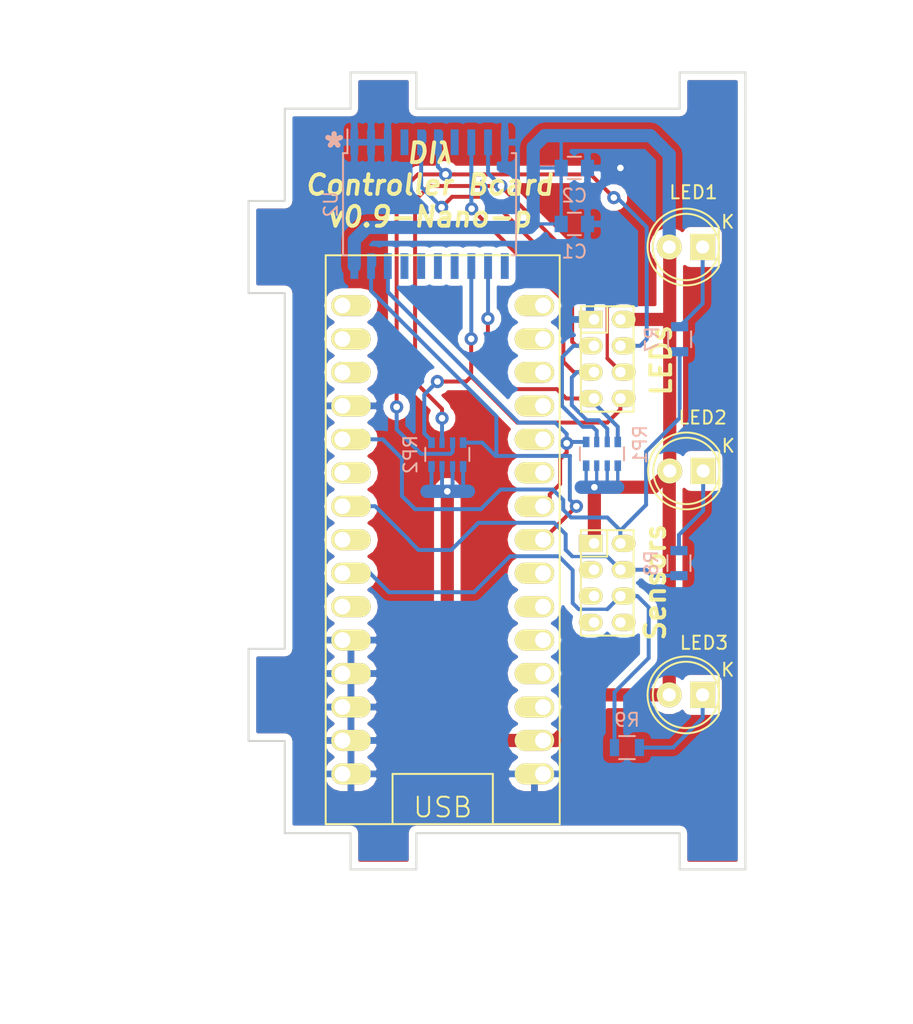
<source format=kicad_pcb>
(kicad_pcb (version 4) (host pcbnew "(2015-08-06 BZR 6060)-product")

  (general
    (links 54)
    (no_connects 0)
    (area 137.174999 60.174999 175.075001 120.825001)
    (thickness 1.6)
    (drawings 46)
    (tracks 288)
    (zones 0)
    (modules 14)
    (nets 17)
  )

  (page A4)
  (layers
    (0 F.Cu signal)
    (31 B.Cu signal)
    (32 B.Adhes user)
    (33 F.Adhes user)
    (34 B.Paste user)
    (35 F.Paste user)
    (36 B.SilkS user)
    (37 F.SilkS user)
    (38 B.Mask user)
    (39 F.Mask user)
    (40 Dwgs.User user)
    (41 Cmts.User user)
    (42 Eco1.User user)
    (43 Eco2.User user)
    (44 Edge.Cuts user)
    (45 Margin user)
    (46 B.CrtYd user)
    (47 F.CrtYd user)
    (48 B.Fab user hide)
    (49 F.Fab user hide)
  )

  (setup
    (last_trace_width 0.3)
    (trace_clearance 0.2)
    (zone_clearance 0.508)
    (zone_45_only no)
    (trace_min 0.2)
    (segment_width 0.2)
    (edge_width 0.15)
    (via_size 1)
    (via_drill 0.5)
    (via_min_size 0.4)
    (via_min_drill 0.3)
    (uvia_size 0.3)
    (uvia_drill 0.1)
    (uvias_allowed no)
    (uvia_min_size 0.2)
    (uvia_min_drill 0.1)
    (pcb_text_width 0.3)
    (pcb_text_size 1.5 1.5)
    (mod_edge_width 0.15)
    (mod_text_size 1 1)
    (mod_text_width 0.15)
    (pad_size 5 5)
    (pad_drill 3.2)
    (pad_to_mask_clearance 0.2)
    (aux_axis_origin 137.25 120.75)
    (grid_origin 137.25 120.75)
    (visible_elements FFFFFF7F)
    (pcbplotparams
      (layerselection 0x010f0_80000001)
      (usegerberextensions true)
      (excludeedgelayer true)
      (linewidth 0.100000)
      (plotframeref true)
      (viasonmask false)
      (mode 1)
      (useauxorigin true)
      (hpglpennumber 1)
      (hpglpenspeed 20)
      (hpglpendiameter 15)
      (hpglpenoverlay 2)
      (psnegative false)
      (psa4output false)
      (plotreference true)
      (plotvalue true)
      (plotinvisibletext false)
      (padsonsilk true)
      (subtractmaskfromsilk false)
      (outputformat 1)
      (mirror false)
      (drillshape 0)
      (scaleselection 1)
      (outputdirectory out))
  )

  (net 0 "")
  (net 1 +3V3)
  (net 2 GND)
  (net 3 "Net-(D1-Pad1)")
  (net 4 "Net-(D2-Pad1)")
  (net 5 "Net-(D3-Pad1)")
  (net 6 SD0)
  (net 7 SD1)
  (net 8 SD2)
  (net 9 SC0)
  (net 10 SC1)
  (net 11 SC2)
  (net 12 SDA)
  (net 13 SCL)
  (net 14 LED1)
  (net 15 LED2)
  (net 16 LED3)

  (net_class Default "This is the default net class."
    (clearance 0.2)
    (trace_width 0.3)
    (via_dia 1)
    (via_drill 0.5)
    (uvia_dia 0.3)
    (uvia_drill 0.1)
    (add_net LED1)
    (add_net LED2)
    (add_net LED3)
    (add_net "Net-(D1-Pad1)")
    (add_net "Net-(D2-Pad1)")
    (add_net "Net-(D3-Pad1)")
    (add_net SC0)
    (add_net SC1)
    (add_net SC2)
    (add_net SCL)
    (add_net SD0)
    (add_net SD1)
    (add_net SD2)
    (add_net SDA)
  )

  (net_class Fine ""
    (clearance 0.2)
    (trace_width 0.25)
    (via_dia 1)
    (via_drill 0.5)
    (uvia_dia 0.3)
    (uvia_drill 0.1)
  )

  (net_class Power ""
    (clearance 0.2)
    (trace_width 1)
    (via_dia 1)
    (via_drill 0.5)
    (uvia_dia 0.3)
    (uvia_drill 0.1)
    (add_net +3V3)
    (add_net GND)
  )

  (module Resistors_SMD:R_Array_Convex_4x0603 (layer B.Cu) (tedit 545388FD) (tstamp 55D531D9)
    (at 164.1 89.2 270)
    (descr "Chip Resistor Network, ROHM MNR14 (see mnr_g.pdf)")
    (tags "resistor array")
    (path /55D684EC)
    (attr smd)
    (fp_text reference RP1 (at -0.7 -2.9 270) (layer B.SilkS)
      (effects (font (size 1 1) (thickness 0.15)) (justify mirror))
    )
    (fp_text value R_PACK4 (at 0 -2.8 270) (layer B.Fab)
      (effects (font (size 1 1) (thickness 0.15)) (justify mirror))
    )
    (fp_line (start -1.55 1.8) (end 1.55 1.8) (layer B.CrtYd) (width 0.05))
    (fp_line (start -1.55 -1.8) (end 1.55 -1.8) (layer B.CrtYd) (width 0.05))
    (fp_line (start -1.55 1.8) (end -1.55 -1.8) (layer B.CrtYd) (width 0.05))
    (fp_line (start 1.55 1.8) (end 1.55 -1.8) (layer B.CrtYd) (width 0.05))
    (fp_line (start 0.5 -1.675) (end -0.5 -1.675) (layer B.SilkS) (width 0.15))
    (fp_line (start 0.5 1.675) (end -0.5 1.675) (layer B.SilkS) (width 0.15))
    (pad 1 smd rect (at -0.9 1.2 270) (size 0.8 0.5) (layers B.Cu B.Paste B.Mask)
      (net 13 SCL))
    (pad 3 smd rect (at -0.9 -0.4 270) (size 0.8 0.4) (layers B.Cu B.Paste B.Mask)
      (net 7 SD1))
    (pad 2 smd rect (at -0.9 0.4 270) (size 0.8 0.4) (layers B.Cu B.Paste B.Mask)
      (net 6 SD0))
    (pad 4 smd rect (at -0.9 -1.2 270) (size 0.8 0.5) (layers B.Cu B.Paste B.Mask)
      (net 8 SD2))
    (pad 7 smd rect (at 0.9 0.4 270) (size 0.8 0.4) (layers B.Cu B.Paste B.Mask)
      (net 1 +3V3))
    (pad 8 smd rect (at 0.9 1.2 270) (size 0.8 0.5) (layers B.Cu B.Paste B.Mask)
      (net 1 +3V3))
    (pad 6 smd rect (at 0.9 -0.4 270) (size 0.8 0.4) (layers B.Cu B.Paste B.Mask)
      (net 1 +3V3))
    (pad 5 smd rect (at 0.9 -1.2 270) (size 0.8 0.5) (layers B.Cu B.Paste B.Mask)
      (net 1 +3V3))
    (model Resistors_SMD.3dshapes/R_Array_Convex_4x0603.wrl
      (at (xyz 0 0 0))
      (scale (xyz 1 1 1))
      (rotate (xyz 0 0 0))
    )
  )

  (module Footprints:PDIP30-Nano (layer F.Cu) (tedit 55C85291) (tstamp 55C54FD8)
    (at 152 121.12)
    (path /55C4E1E1)
    (fp_text reference U1 (at -6.35 -48.26) (layer F.SilkS) hide
      (effects (font (size 1 1) (thickness 0.15)))
    )
    (fp_text value Arduino_Nano (at 0 -48.26) (layer F.Fab)
      (effects (font (size 1 1) (thickness 0.15)))
    )
    (fp_text user USB (at 0 -5.08) (layer F.SilkS)
      (effects (font (size 1.5 1.5) (thickness 0.15)))
    )
    (fp_line (start -3.81 -3.81) (end -3.81 -7.62) (layer F.SilkS) (width 0.15))
    (fp_line (start -3.81 -7.62) (end 3.81 -7.62) (layer F.SilkS) (width 0.15))
    (fp_line (start 3.81 -7.62) (end 3.81 -3.81) (layer F.SilkS) (width 0.15))
    (fp_line (start -8.89 -46.99) (end 8.89 -46.99) (layer F.SilkS) (width 0.15))
    (fp_line (start 8.89 -46.99) (end 8.89 -3.81) (layer F.SilkS) (width 0.15))
    (fp_line (start 8.89 -3.81) (end -8.89 -3.81) (layer F.SilkS) (width 0.15))
    (fp_line (start -8.89 -3.81) (end -8.89 -46.99) (layer F.SilkS) (width 0.15))
    (pad 1 thru_hole oval (at -7.62 -43.18) (size 3 1.6) (drill 1.2 (offset 0.65 0)) (layers *.Cu *.Mask F.SilkS))
    (pad 2 thru_hole oval (at -7.62 -40.64) (size 3 1.6) (drill 1.2 (offset 0.65 0)) (layers *.Cu *.Mask F.SilkS))
    (pad 3 thru_hole oval (at -7.62 -38.1) (size 3 1.6) (drill 1.2 (offset 0.65 0)) (layers *.Cu *.Mask F.SilkS))
    (pad 4 thru_hole oval (at -7.62 -35.56) (size 3 1.6) (drill 1.2 (offset 0.65 0)) (layers *.Cu *.Mask F.SilkS)
      (net 2 GND))
    (pad 5 thru_hole oval (at -7.62 -33.02) (size 3 1.6) (drill 1.2 (offset 0.65 0)) (layers *.Cu *.Mask F.SilkS)
      (net 14 LED1))
    (pad 6 thru_hole oval (at -7.62 -30.48) (size 3 1.6) (drill 1.2 (offset 0.65 0)) (layers *.Cu *.Mask F.SilkS))
    (pad 7 thru_hole oval (at -7.62 -27.94) (size 3 1.6) (drill 1.2 (offset 0.65 0)) (layers *.Cu *.Mask F.SilkS)
      (net 15 LED2))
    (pad 8 thru_hole oval (at -7.62 -25.4) (size 3 1.6) (drill 1.2 (offset 0.65 0)) (layers *.Cu *.Mask F.SilkS))
    (pad 9 thru_hole oval (at -7.62 -22.86) (size 3 1.6) (drill 1.2 (offset 0.65 0)) (layers *.Cu *.Mask F.SilkS)
      (net 16 LED3))
    (pad 10 thru_hole oval (at -7.62 -20.32) (size 3 1.6) (drill 1.2 (offset 0.65 0)) (layers *.Cu *.Mask F.SilkS))
    (pad 11 thru_hole oval (at -7.62 -17.78) (size 3 1.6) (drill 1.2 (offset 0.65 0)) (layers *.Cu *.Mask F.SilkS)
      (net 2 GND))
    (pad 12 thru_hole oval (at -7.62 -15.24) (size 3 1.6) (drill 1.2 (offset 0.65 0)) (layers *.Cu *.Mask F.SilkS)
      (net 2 GND))
    (pad 13 thru_hole oval (at -7.62 -12.7) (size 3 1.6) (drill 1.2 (offset 0.65 0)) (layers *.Cu *.Mask F.SilkS)
      (net 2 GND))
    (pad 14 thru_hole oval (at -7.62 -10.16) (size 3 1.6) (drill 1.2 (offset 0.65 0)) (layers *.Cu *.Mask F.SilkS)
      (net 2 GND))
    (pad 15 thru_hole oval (at -7.62 -7.62) (size 3 1.6) (drill 1.2 (offset 0.65 0)) (layers *.Cu *.Mask F.SilkS)
      (net 2 GND))
    (pad 16 thru_hole oval (at 7.62 -7.62) (size 3 1.6) (drill 1.2 (offset -0.65 0)) (layers *.Cu *.Mask F.SilkS)
      (net 2 GND))
    (pad 17 thru_hole oval (at 7.62 -10.16) (size 3 1.6) (drill 1.2 (offset -0.65 0)) (layers *.Cu *.Mask F.SilkS)
      (net 1 +3V3))
    (pad 18 thru_hole oval (at 7.62 -12.7) (size 3 1.6) (drill 1.2 (offset -0.65 0)) (layers *.Cu *.Mask F.SilkS))
    (pad 19 thru_hole oval (at 7.62 -15.24) (size 3 1.6) (drill 1.2 (offset -0.65 0)) (layers *.Cu *.Mask F.SilkS))
    (pad 20 thru_hole oval (at 7.62 -17.78) (size 3 1.6) (drill 1.2 (offset -0.65 0)) (layers *.Cu *.Mask F.SilkS))
    (pad 21 thru_hole oval (at 7.62 -20.32) (size 3 1.6) (drill 1.2 (offset -0.65 0)) (layers *.Cu *.Mask F.SilkS))
    (pad 22 thru_hole oval (at 7.62 -22.86) (size 3 1.6) (drill 1.2 (offset -0.65 0)) (layers *.Cu *.Mask F.SilkS))
    (pad 23 thru_hole oval (at 7.62 -25.4) (size 3 1.6) (drill 1.2 (offset -0.65 0)) (layers *.Cu *.Mask F.SilkS)
      (net 12 SDA))
    (pad 24 thru_hole oval (at 7.62 -27.94) (size 3 1.6) (drill 1.2 (offset -0.65 0)) (layers *.Cu *.Mask F.SilkS)
      (net 13 SCL))
    (pad 25 thru_hole oval (at 7.62 -30.48) (size 3 1.6) (drill 1.2 (offset -0.65 0)) (layers *.Cu *.Mask F.SilkS))
    (pad 26 thru_hole oval (at 7.62 -33.02) (size 3 1.6) (drill 1.2 (offset -0.65 0)) (layers *.Cu *.Mask F.SilkS))
    (pad 27 thru_hole oval (at 7.62 -35.56) (size 3 1.6) (drill 1.2 (offset -0.65 0)) (layers *.Cu *.Mask F.SilkS))
    (pad 28 thru_hole oval (at 7.62 -38.1) (size 3 1.6) (drill 1.2 (offset -0.65 0)) (layers *.Cu *.Mask F.SilkS))
    (pad 29 thru_hole oval (at 7.62 -40.64) (size 3 1.6) (drill 1.2 (offset -0.65 0)) (layers *.Cu *.Mask F.SilkS))
    (pad 30 thru_hole oval (at 7.62 -43.18) (size 3 1.6) (drill 1.2 (offset -0.65 0)) (layers *.Cu *.Mask F.SilkS))
  )

  (module LEDs:LED-5MM (layer F.Cu) (tedit 55D535F6) (tstamp 55C54F40)
    (at 171.75 73.5 180)
    (descr "LED 5mm round vertical")
    (tags "LED 5mm round vertical")
    (path /55C680DF)
    (fp_text reference LED1 (at 0.7 4.15 180) (layer F.SilkS)
      (effects (font (size 1 1) (thickness 0.15)))
    )
    (fp_text value LED (at 1.524 -3.937 180) (layer F.Fab)
      (effects (font (size 1 1) (thickness 0.15)))
    )
    (fp_line (start -1.5 -1.55) (end -1.5 1.55) (layer F.CrtYd) (width 0.05))
    (fp_arc (start 1.3 0) (end -1.5 1.55) (angle -302) (layer F.CrtYd) (width 0.05))
    (fp_arc (start 1.27 0) (end -1.23 -1.5) (angle 297.5) (layer F.SilkS) (width 0.15))
    (fp_line (start -1.23 1.5) (end -1.23 -1.5) (layer F.SilkS) (width 0.15))
    (fp_circle (center 1.27 0) (end 0.97 -2.5) (layer F.SilkS) (width 0.15))
    (fp_text user K (at -1.905 1.905 180) (layer F.SilkS)
      (effects (font (size 1 1) (thickness 0.15)))
    )
    (pad 1 thru_hole rect (at 0 0 270) (size 2 1.9) (drill 1.00076) (layers *.Cu *.Mask F.SilkS)
      (net 3 "Net-(D1-Pad1)"))
    (pad 2 thru_hole circle (at 2.54 0 180) (size 1.9 1.9) (drill 1.00076) (layers *.Cu *.Mask F.SilkS)
      (net 1 +3V3))
    (model LEDs.3dshapes/LED-5MM.wrl
      (at (xyz 0.05 0 0))
      (scale (xyz 1 1 1))
      (rotate (xyz 0 0 90))
    )
  )

  (module LEDs:LED-5MM (layer F.Cu) (tedit 55D53600) (tstamp 55C54F46)
    (at 171.79 90.5 180)
    (descr "LED 5mm round vertical")
    (tags "LED 5mm round vertical")
    (path /55C68161)
    (fp_text reference LED2 (at 0.04 4.05 180) (layer F.SilkS)
      (effects (font (size 1 1) (thickness 0.15)))
    )
    (fp_text value LED (at 1.524 -3.937 180) (layer F.Fab)
      (effects (font (size 1 1) (thickness 0.15)))
    )
    (fp_line (start -1.5 -1.55) (end -1.5 1.55) (layer F.CrtYd) (width 0.05))
    (fp_arc (start 1.3 0) (end -1.5 1.55) (angle -302) (layer F.CrtYd) (width 0.05))
    (fp_arc (start 1.27 0) (end -1.23 -1.5) (angle 297.5) (layer F.SilkS) (width 0.15))
    (fp_line (start -1.23 1.5) (end -1.23 -1.5) (layer F.SilkS) (width 0.15))
    (fp_circle (center 1.27 0) (end 0.97 -2.5) (layer F.SilkS) (width 0.15))
    (fp_text user K (at -1.905 1.905 180) (layer F.SilkS)
      (effects (font (size 1 1) (thickness 0.15)))
    )
    (pad 1 thru_hole rect (at 0 0 270) (size 2 1.9) (drill 1.00076) (layers *.Cu *.Mask F.SilkS)
      (net 4 "Net-(D2-Pad1)"))
    (pad 2 thru_hole circle (at 2.54 0 180) (size 1.9 1.9) (drill 1.00076) (layers *.Cu *.Mask F.SilkS)
      (net 1 +3V3))
    (model LEDs.3dshapes/LED-5MM.wrl
      (at (xyz 0.05 0 0))
      (scale (xyz 1 1 1))
      (rotate (xyz 0 0 90))
    )
  )

  (module LEDs:LED-5MM (layer F.Cu) (tedit 55D53607) (tstamp 55C54F4C)
    (at 171.75 107.5 180)
    (descr "LED 5mm round vertical")
    (tags "LED 5mm round vertical")
    (path /55C681B7)
    (fp_text reference LED3 (at -0.1 3.95 180) (layer F.SilkS)
      (effects (font (size 1 1) (thickness 0.15)))
    )
    (fp_text value LED (at 1.524 -3.937 180) (layer F.Fab)
      (effects (font (size 1 1) (thickness 0.15)))
    )
    (fp_line (start -1.5 -1.55) (end -1.5 1.55) (layer F.CrtYd) (width 0.05))
    (fp_arc (start 1.3 0) (end -1.5 1.55) (angle -302) (layer F.CrtYd) (width 0.05))
    (fp_arc (start 1.27 0) (end -1.23 -1.5) (angle 297.5) (layer F.SilkS) (width 0.15))
    (fp_line (start -1.23 1.5) (end -1.23 -1.5) (layer F.SilkS) (width 0.15))
    (fp_circle (center 1.27 0) (end 0.97 -2.5) (layer F.SilkS) (width 0.15))
    (fp_text user K (at -1.905 1.905 180) (layer F.SilkS)
      (effects (font (size 1 1) (thickness 0.15)))
    )
    (pad 1 thru_hole rect (at 0 0 270) (size 2 1.9) (drill 1.00076) (layers *.Cu *.Mask F.SilkS)
      (net 5 "Net-(D3-Pad1)"))
    (pad 2 thru_hole circle (at 2.54 0 180) (size 1.9 1.9) (drill 1.00076) (layers *.Cu *.Mask F.SilkS)
      (net 1 +3V3))
    (model LEDs.3dshapes/LED-5MM.wrl
      (at (xyz 0.05 0 0))
      (scale (xyz 1 1 1))
      (rotate (xyz 0 0 90))
    )
  )

  (module Housings_SOIC:SOIC-20_7.5x12.8mm_Pitch1.27mm (layer B.Cu) (tedit 54130A77) (tstamp 55C54FF0)
    (at 151 70.25 270)
    (descr "20-Lead Plastic Small Outline (SO) - Wide, 7.50 mm Body [SOIC] (see Microchip Packaging Specification 00000049BS.pdf)")
    (tags "SOIC 1.27")
    (path /55C588BD)
    (attr smd)
    (fp_text reference U2 (at 0 7.5 270) (layer B.SilkS)
      (effects (font (size 1 1) (thickness 0.15)) (justify mirror))
    )
    (fp_text value PCA9544A (at 0 -7.5 270) (layer B.Fab)
      (effects (font (size 1 1) (thickness 0.15)) (justify mirror))
    )
    (fp_line (start -5.95 6.75) (end -5.95 -6.75) (layer B.CrtYd) (width 0.05))
    (fp_line (start 5.95 6.75) (end 5.95 -6.75) (layer B.CrtYd) (width 0.05))
    (fp_line (start -5.95 6.75) (end 5.95 6.75) (layer B.CrtYd) (width 0.05))
    (fp_line (start -5.95 -6.75) (end 5.95 -6.75) (layer B.CrtYd) (width 0.05))
    (fp_line (start -3.875 6.575) (end -3.875 6.24) (layer B.SilkS) (width 0.15))
    (fp_line (start 3.875 6.575) (end 3.875 6.24) (layer B.SilkS) (width 0.15))
    (fp_line (start 3.875 -6.575) (end 3.875 -6.24) (layer B.SilkS) (width 0.15))
    (fp_line (start -3.875 -6.575) (end -3.875 -6.24) (layer B.SilkS) (width 0.15))
    (fp_line (start -3.875 6.575) (end 3.875 6.575) (layer B.SilkS) (width 0.15))
    (fp_line (start -3.875 -6.575) (end 3.875 -6.575) (layer B.SilkS) (width 0.15))
    (fp_line (start -3.875 6.24) (end -5.675 6.24) (layer B.SilkS) (width 0.15))
    (pad 1 smd rect (at -4.7 5.715 270) (size 1.95 0.6) (layers B.Cu B.Paste B.Mask)
      (net 2 GND))
    (pad 2 smd rect (at -4.7 4.445 270) (size 1.95 0.6) (layers B.Cu B.Paste B.Mask)
      (net 2 GND))
    (pad 3 smd rect (at -4.7 3.175 270) (size 1.95 0.6) (layers B.Cu B.Paste B.Mask)
      (net 2 GND))
    (pad 4 smd rect (at -4.7 1.905 270) (size 1.95 0.6) (layers B.Cu B.Paste B.Mask))
    (pad 5 smd rect (at -4.7 0.635 270) (size 1.95 0.6) (layers B.Cu B.Paste B.Mask)
      (net 6 SD0))
    (pad 6 smd rect (at -4.7 -0.635 270) (size 1.95 0.6) (layers B.Cu B.Paste B.Mask)
      (net 9 SC0))
    (pad 7 smd rect (at -4.7 -1.905 270) (size 1.95 0.6) (layers B.Cu B.Paste B.Mask))
    (pad 8 smd rect (at -4.7 -3.175 270) (size 1.95 0.6) (layers B.Cu B.Paste B.Mask)
      (net 7 SD1))
    (pad 9 smd rect (at -4.7 -4.445 270) (size 1.95 0.6) (layers B.Cu B.Paste B.Mask)
      (net 10 SC1))
    (pad 10 smd rect (at -4.7 -5.715 270) (size 1.95 0.6) (layers B.Cu B.Paste B.Mask)
      (net 2 GND))
    (pad 11 smd rect (at 4.7 -5.715 270) (size 1.95 0.6) (layers B.Cu B.Paste B.Mask))
    (pad 12 smd rect (at 4.7 -4.445 270) (size 1.95 0.6) (layers B.Cu B.Paste B.Mask)
      (net 8 SD2))
    (pad 13 smd rect (at 4.7 -3.175 270) (size 1.95 0.6) (layers B.Cu B.Paste B.Mask)
      (net 11 SC2))
    (pad 14 smd rect (at 4.7 -1.905 270) (size 1.95 0.6) (layers B.Cu B.Paste B.Mask))
    (pad 15 smd rect (at 4.7 -0.635 270) (size 1.95 0.6) (layers B.Cu B.Paste B.Mask))
    (pad 16 smd rect (at 4.7 0.635 270) (size 1.95 0.6) (layers B.Cu B.Paste B.Mask))
    (pad 17 smd rect (at 4.7 1.905 270) (size 1.95 0.6) (layers B.Cu B.Paste B.Mask))
    (pad 18 smd rect (at 4.7 3.175 270) (size 1.95 0.6) (layers B.Cu B.Paste B.Mask)
      (net 13 SCL))
    (pad 19 smd rect (at 4.7 4.445 270) (size 1.95 0.6) (layers B.Cu B.Paste B.Mask)
      (net 12 SDA))
    (pad 20 smd rect (at 4.7 5.715 270) (size 1.95 0.6) (layers B.Cu B.Paste B.Mask)
      (net 1 +3V3))
    (model Housings_SOIC.3dshapes/SOIC-20_7.5x12.8mm_Pitch1.27mm.wrl
      (at (xyz 0 0 0))
      (scale (xyz 1 1 1))
      (rotate (xyz 0 0 0))
    )
  )

  (module Pin_Headers:Pin_Header_Straight_2x04_Pitch2.00mm (layer F.Cu) (tedit 0) (tstamp 55C942B7)
    (at 164.5 82 270)
    (descr "Pin Header 2mm 4x2pin")
    (tags "CONN DEV")
    (path /55C4E4C8)
    (fp_text reference P1 (at 0 -5 270) (layer F.SilkS) hide
      (effects (font (size 1 1) (thickness 0.15)))
    )
    (fp_text value CONN_02X04 (at 0 -2.75 270) (layer F.Fab)
      (effects (font (size 1 1) (thickness 0.15)))
    )
    (fp_line (start -4 0) (end -2 0) (layer F.SilkS) (width 0.15))
    (fp_line (start 4 -2) (end 4 2) (layer F.SilkS) (width 0.15))
    (fp_line (start 4 2) (end -4 2) (layer F.SilkS) (width 0.15))
    (fp_line (start -4 -2) (end 4 -2) (layer F.SilkS) (width 0.15))
    (fp_line (start -4 2) (end -4 -2) (layer F.SilkS) (width 0.15))
    (fp_line (start -2 0) (end -2 2) (layer F.SilkS) (width 0.15))
    (pad 1 thru_hole rect (at -3 1 270) (size 1.3 1.8) (drill 0.8 (offset 0 0.25)) (layers *.Cu *.Mask F.SilkS)
      (net 2 GND))
    (pad 2 thru_hole oval (at -3 -1 270) (size 1.3 1.8) (drill 0.8 (offset 0 -0.25)) (layers *.Cu *.Mask F.SilkS)
      (net 1 +3V3))
    (pad 3 thru_hole oval (at -1 1 270) (size 1.3 1.8) (drill 0.8 (offset 0 0.25)) (layers *.Cu *.Mask F.SilkS)
      (net 6 SD0))
    (pad 4 thru_hole oval (at -1 -1 270) (size 1.3 1.8) (drill 0.8 (offset 0 -0.25)) (layers *.Cu *.Mask F.SilkS)
      (net 9 SC0))
    (pad 5 thru_hole oval (at 1 1 270) (size 1.3 1.8) (drill 0.8 (offset 0 0.25)) (layers *.Cu *.Mask F.SilkS)
      (net 7 SD1))
    (pad 6 thru_hole oval (at 1 -1 270) (size 1.3 1.8) (drill 0.8 (offset 0 -0.25)) (layers *.Cu *.Mask F.SilkS)
      (net 10 SC1))
    (pad 7 thru_hole oval (at 3 1 270) (size 1.3 1.8) (drill 0.8 (offset 0 0.25)) (layers *.Cu *.Mask F.SilkS)
      (net 8 SD2))
    (pad 8 thru_hole oval (at 3 -1 270) (size 1.3 1.8) (drill 0.8 (offset 0 -0.25)) (layers *.Cu *.Mask F.SilkS)
      (net 11 SC2))
    (model Pin_Headers.3dshapes/Pin_Header_Straight_2x04_Pitch2.00mm.wrl
      (at (xyz 0 0 0))
      (scale (xyz 1 1 1))
      (rotate (xyz 0 0 0))
    )
  )

  (module Pin_Headers:Pin_Header_Straight_2x04_Pitch2.00mm (layer F.Cu) (tedit 0) (tstamp 55C942C8)
    (at 164.5 99 270)
    (descr "Pin Header 2mm 4x2pin")
    (tags "CONN DEV")
    (path /55C4E667)
    (fp_text reference P2 (at 0 -5 270) (layer F.SilkS) hide
      (effects (font (size 1 1) (thickness 0.15)))
    )
    (fp_text value CONN_02X04 (at 0 -3 270) (layer F.Fab)
      (effects (font (size 1 1) (thickness 0.15)))
    )
    (fp_line (start -4 0) (end -2 0) (layer F.SilkS) (width 0.15))
    (fp_line (start 4 -2) (end 4 2) (layer F.SilkS) (width 0.15))
    (fp_line (start 4 2) (end -4 2) (layer F.SilkS) (width 0.15))
    (fp_line (start -4 -2) (end 4 -2) (layer F.SilkS) (width 0.15))
    (fp_line (start -4 2) (end -4 -2) (layer F.SilkS) (width 0.15))
    (fp_line (start -2 0) (end -2 2) (layer F.SilkS) (width 0.15))
    (pad 1 thru_hole rect (at -3 1 270) (size 1.3 1.8) (drill 0.8 (offset 0 0.25)) (layers *.Cu *.Mask F.SilkS)
      (net 1 +3V3))
    (pad 2 thru_hole oval (at -3 -1 270) (size 1.3 1.8) (drill 0.8 (offset 0 -0.25)) (layers *.Cu *.Mask F.SilkS)
      (net 14 LED1))
    (pad 3 thru_hole oval (at -1 1 270) (size 1.3 1.8) (drill 0.8 (offset 0 0.25)) (layers *.Cu *.Mask F.SilkS))
    (pad 4 thru_hole oval (at -1 -1 270) (size 1.3 1.8) (drill 0.8 (offset 0 -0.25)) (layers *.Cu *.Mask F.SilkS)
      (net 15 LED2))
    (pad 5 thru_hole oval (at 1 1 270) (size 1.3 1.8) (drill 0.8 (offset 0 0.25)) (layers *.Cu *.Mask F.SilkS))
    (pad 6 thru_hole oval (at 1 -1 270) (size 1.3 1.8) (drill 0.8 (offset 0 -0.25)) (layers *.Cu *.Mask F.SilkS)
      (net 16 LED3))
    (pad 7 thru_hole oval (at 3 1 270) (size 1.3 1.8) (drill 0.8 (offset 0 0.25)) (layers *.Cu *.Mask F.SilkS))
    (pad 8 thru_hole oval (at 3 -1 270) (size 1.3 1.8) (drill 0.8 (offset 0 -0.25)) (layers *.Cu *.Mask F.SilkS))
    (model Pin_Headers.3dshapes/Pin_Header_Straight_2x04_Pitch2.00mm.wrl
      (at (xyz 0 0 0))
      (scale (xyz 1 1 1))
      (rotate (xyz 0 0 0))
    )
  )

  (module Capacitors_SMD:C_0805 (layer B.Cu) (tedit 5415D6EA) (tstamp 55C93796)
    (at 162 71.75)
    (descr "Capacitor SMD 0805, reflow soldering, AVX (see smccp.pdf)")
    (tags "capacitor 0805")
    (path /55C717CB)
    (attr smd)
    (fp_text reference C1 (at 0 2.1) (layer B.SilkS)
      (effects (font (size 1 1) (thickness 0.15)) (justify mirror))
    )
    (fp_text value 22nF (at 0 -2.1) (layer B.Fab)
      (effects (font (size 1 1) (thickness 0.15)) (justify mirror))
    )
    (fp_line (start -1.8 1) (end 1.8 1) (layer B.CrtYd) (width 0.05))
    (fp_line (start -1.8 -1) (end 1.8 -1) (layer B.CrtYd) (width 0.05))
    (fp_line (start -1.8 1) (end -1.8 -1) (layer B.CrtYd) (width 0.05))
    (fp_line (start 1.8 1) (end 1.8 -1) (layer B.CrtYd) (width 0.05))
    (fp_line (start 0.5 0.85) (end -0.5 0.85) (layer B.SilkS) (width 0.15))
    (fp_line (start -0.5 -0.85) (end 0.5 -0.85) (layer B.SilkS) (width 0.15))
    (pad 1 smd rect (at -1 0) (size 1 1.25) (layers B.Cu B.Paste B.Mask)
      (net 1 +3V3))
    (pad 2 smd rect (at 1 0) (size 1 1.25) (layers B.Cu B.Paste B.Mask)
      (net 2 GND))
    (model Capacitors_SMD.3dshapes/C_0805.wrl
      (at (xyz 0 0 0))
      (scale (xyz 1 1 1))
      (rotate (xyz 0 0 0))
    )
  )

  (module Capacitors_SMD:C_0805 (layer B.Cu) (tedit 5415D6EA) (tstamp 55C937A1)
    (at 162 67.5)
    (descr "Capacitor SMD 0805, reflow soldering, AVX (see smccp.pdf)")
    (tags "capacitor 0805")
    (path /55C71A72)
    (attr smd)
    (fp_text reference C2 (at 0 2.1) (layer B.SilkS)
      (effects (font (size 1 1) (thickness 0.15)) (justify mirror))
    )
    (fp_text value 1uF (at 0 -2.1) (layer B.Fab)
      (effects (font (size 1 1) (thickness 0.15)) (justify mirror))
    )
    (fp_line (start -1.8 1) (end 1.8 1) (layer B.CrtYd) (width 0.05))
    (fp_line (start -1.8 -1) (end 1.8 -1) (layer B.CrtYd) (width 0.05))
    (fp_line (start -1.8 1) (end -1.8 -1) (layer B.CrtYd) (width 0.05))
    (fp_line (start 1.8 1) (end 1.8 -1) (layer B.CrtYd) (width 0.05))
    (fp_line (start 0.5 0.85) (end -0.5 0.85) (layer B.SilkS) (width 0.15))
    (fp_line (start -0.5 -0.85) (end 0.5 -0.85) (layer B.SilkS) (width 0.15))
    (pad 1 smd rect (at -1 0) (size 1 1.25) (layers B.Cu B.Paste B.Mask)
      (net 1 +3V3))
    (pad 2 smd rect (at 1 0) (size 1 1.25) (layers B.Cu B.Paste B.Mask)
      (net 2 GND))
    (model Capacitors_SMD.3dshapes/C_0805.wrl
      (at (xyz 0 0 0))
      (scale (xyz 1 1 1))
      (rotate (xyz 0 0 0))
    )
  )

  (module Resistors_SMD:R_0805 (layer B.Cu) (tedit 5415CDEB) (tstamp 55C937EE)
    (at 170 80.5 270)
    (descr "Resistor SMD 0805, reflow soldering, Vishay (see dcrcw.pdf)")
    (tags "resistor 0805")
    (path /55C68CFB)
    (attr smd)
    (fp_text reference R7 (at 0 2.1 270) (layer B.SilkS)
      (effects (font (size 1 1) (thickness 0.15)) (justify mirror))
    )
    (fp_text value 220 (at 0 -2.1 270) (layer B.Fab)
      (effects (font (size 1 1) (thickness 0.15)) (justify mirror))
    )
    (fp_line (start -1.6 1) (end 1.6 1) (layer B.CrtYd) (width 0.05))
    (fp_line (start -1.6 -1) (end 1.6 -1) (layer B.CrtYd) (width 0.05))
    (fp_line (start -1.6 1) (end -1.6 -1) (layer B.CrtYd) (width 0.05))
    (fp_line (start 1.6 1) (end 1.6 -1) (layer B.CrtYd) (width 0.05))
    (fp_line (start 0.6 -0.875) (end -0.6 -0.875) (layer B.SilkS) (width 0.15))
    (fp_line (start -0.6 0.875) (end 0.6 0.875) (layer B.SilkS) (width 0.15))
    (pad 1 smd rect (at -0.95 0 270) (size 0.7 1.3) (layers B.Cu B.Paste B.Mask)
      (net 3 "Net-(D1-Pad1)"))
    (pad 2 smd rect (at 0.95 0 270) (size 0.7 1.3) (layers B.Cu B.Paste B.Mask)
      (net 14 LED1))
    (model Resistors_SMD.3dshapes/R_0805.wrl
      (at (xyz 0 0 0))
      (scale (xyz 1 1 1))
      (rotate (xyz 0 0 0))
    )
  )

  (module Resistors_SMD:R_0805 (layer B.Cu) (tedit 5415CDEB) (tstamp 55C937F9)
    (at 169.95 97.5 270)
    (descr "Resistor SMD 0805, reflow soldering, Vishay (see dcrcw.pdf)")
    (tags "resistor 0805")
    (path /55C68DE8)
    (attr smd)
    (fp_text reference R8 (at 0 2.1 270) (layer B.SilkS)
      (effects (font (size 1 1) (thickness 0.15)) (justify mirror))
    )
    (fp_text value 220 (at 0 -2.1 270) (layer B.Fab)
      (effects (font (size 1 1) (thickness 0.15)) (justify mirror))
    )
    (fp_line (start -1.6 1) (end 1.6 1) (layer B.CrtYd) (width 0.05))
    (fp_line (start -1.6 -1) (end 1.6 -1) (layer B.CrtYd) (width 0.05))
    (fp_line (start -1.6 1) (end -1.6 -1) (layer B.CrtYd) (width 0.05))
    (fp_line (start 1.6 1) (end 1.6 -1) (layer B.CrtYd) (width 0.05))
    (fp_line (start 0.6 -0.875) (end -0.6 -0.875) (layer B.SilkS) (width 0.15))
    (fp_line (start -0.6 0.875) (end 0.6 0.875) (layer B.SilkS) (width 0.15))
    (pad 1 smd rect (at -0.95 0 270) (size 0.7 1.3) (layers B.Cu B.Paste B.Mask)
      (net 4 "Net-(D2-Pad1)"))
    (pad 2 smd rect (at 0.95 0 270) (size 0.7 1.3) (layers B.Cu B.Paste B.Mask)
      (net 15 LED2))
    (model Resistors_SMD.3dshapes/R_0805.wrl
      (at (xyz 0 0 0))
      (scale (xyz 1 1 1))
      (rotate (xyz 0 0 0))
    )
  )

  (module Resistors_SMD:R_0805 (layer B.Cu) (tedit 5415CDEB) (tstamp 55C93804)
    (at 166 111.5 180)
    (descr "Resistor SMD 0805, reflow soldering, Vishay (see dcrcw.pdf)")
    (tags "resistor 0805")
    (path /55C68E4B)
    (attr smd)
    (fp_text reference R9 (at 0 2.1 180) (layer B.SilkS)
      (effects (font (size 1 1) (thickness 0.15)) (justify mirror))
    )
    (fp_text value 220 (at 0 -2.1 180) (layer B.Fab)
      (effects (font (size 1 1) (thickness 0.15)) (justify mirror))
    )
    (fp_line (start -1.6 1) (end 1.6 1) (layer B.CrtYd) (width 0.05))
    (fp_line (start -1.6 -1) (end 1.6 -1) (layer B.CrtYd) (width 0.05))
    (fp_line (start -1.6 1) (end -1.6 -1) (layer B.CrtYd) (width 0.05))
    (fp_line (start 1.6 1) (end 1.6 -1) (layer B.CrtYd) (width 0.05))
    (fp_line (start 0.6 -0.875) (end -0.6 -0.875) (layer B.SilkS) (width 0.15))
    (fp_line (start -0.6 0.875) (end 0.6 0.875) (layer B.SilkS) (width 0.15))
    (pad 1 smd rect (at -0.95 0 180) (size 0.7 1.3) (layers B.Cu B.Paste B.Mask)
      (net 5 "Net-(D3-Pad1)"))
    (pad 2 smd rect (at 0.95 0 180) (size 0.7 1.3) (layers B.Cu B.Paste B.Mask)
      (net 16 LED3))
    (model Resistors_SMD.3dshapes/R_0805.wrl
      (at (xyz 0 0 0))
      (scale (xyz 1 1 1))
      (rotate (xyz 0 0 0))
    )
  )

  (module Resistors_SMD:R_Array_Convex_4x0603 (layer B.Cu) (tedit 545388FD) (tstamp 55D531FB)
    (at 152.35 89.25 270)
    (descr "Chip Resistor Network, ROHM MNR14 (see mnr_g.pdf)")
    (tags "resistor array")
    (path /55D687C7)
    (attr smd)
    (fp_text reference RP2 (at 0 2.8 270) (layer B.SilkS)
      (effects (font (size 1 1) (thickness 0.15)) (justify mirror))
    )
    (fp_text value R_PACK4 (at 0 -2.8 270) (layer B.Fab)
      (effects (font (size 1 1) (thickness 0.15)) (justify mirror))
    )
    (fp_line (start -1.55 1.8) (end 1.55 1.8) (layer B.CrtYd) (width 0.05))
    (fp_line (start -1.55 -1.8) (end 1.55 -1.8) (layer B.CrtYd) (width 0.05))
    (fp_line (start -1.55 1.8) (end -1.55 -1.8) (layer B.CrtYd) (width 0.05))
    (fp_line (start 1.55 1.8) (end 1.55 -1.8) (layer B.CrtYd) (width 0.05))
    (fp_line (start 0.5 -1.675) (end -0.5 -1.675) (layer B.SilkS) (width 0.15))
    (fp_line (start 0.5 1.675) (end -0.5 1.675) (layer B.SilkS) (width 0.15))
    (pad 1 smd rect (at -0.9 1.2 270) (size 0.8 0.5) (layers B.Cu B.Paste B.Mask)
      (net 11 SC2))
    (pad 3 smd rect (at -0.9 -0.4 270) (size 0.8 0.4) (layers B.Cu B.Paste B.Mask)
      (net 9 SC0))
    (pad 2 smd rect (at -0.9 0.4 270) (size 0.8 0.4) (layers B.Cu B.Paste B.Mask)
      (net 10 SC1))
    (pad 4 smd rect (at -0.9 -1.2 270) (size 0.8 0.5) (layers B.Cu B.Paste B.Mask)
      (net 12 SDA))
    (pad 7 smd rect (at 0.9 0.4 270) (size 0.8 0.4) (layers B.Cu B.Paste B.Mask)
      (net 1 +3V3))
    (pad 8 smd rect (at 0.9 1.2 270) (size 0.8 0.5) (layers B.Cu B.Paste B.Mask)
      (net 1 +3V3))
    (pad 6 smd rect (at 0.9 -0.4 270) (size 0.8 0.4) (layers B.Cu B.Paste B.Mask)
      (net 1 +3V3))
    (pad 5 smd rect (at 0.9 -1.2 270) (size 0.8 0.5) (layers B.Cu B.Paste B.Mask)
      (net 1 +3V3))
    (model Resistors_SMD.3dshapes/R_Array_Convex_4x0603.wrl
      (at (xyz 0 0 0))
      (scale (xyz 1 1 1))
      (rotate (xyz 0 0 0))
    )
  )

  (gr_text Sensors (at 168.15 98.95 90) (layer F.SilkS)
    (effects (font (size 1.5 1.5) (thickness 0.3)))
  )
  (gr_text "LEDs\n" (at 168.6 82.1 90) (layer F.SilkS)
    (effects (font (size 1.5 1.5) (thickness 0.3)))
  )
  (dimension 2.75 (width 0.3) (layer Dwgs.User)
    (gr_text "2.750 mm" (at 183.85 119.375 90) (layer Dwgs.User)
      (effects (font (size 1.5 1.5) (thickness 0.3)))
    )
    (feature1 (pts (xy 176 118) (xy 185.2 118)))
    (feature2 (pts (xy 176 120.75) (xy 185.2 120.75)))
    (crossbar (pts (xy 182.5 120.75) (xy 182.5 118)))
    (arrow1a (pts (xy 182.5 118) (xy 183.086421 119.126504)))
    (arrow1b (pts (xy 182.5 118) (xy 181.913579 119.126504)))
    (arrow2a (pts (xy 182.5 120.75) (xy 183.086421 119.623496)))
    (arrow2b (pts (xy 182.5 120.75) (xy 181.913579 119.623496)))
  )
  (dimension 2.75 (width 0.3) (layer Dwgs.User)
    (gr_text "2.750 mm" (at 138.625 56.65) (layer Dwgs.User)
      (effects (font (size 1.5 1.5) (thickness 0.3)))
    )
    (feature1 (pts (xy 140 62.25) (xy 140 55.3)))
    (feature2 (pts (xy 137.25 62.25) (xy 137.25 55.3)))
    (crossbar (pts (xy 137.25 58) (xy 140 58)))
    (arrow1a (pts (xy 140 58) (xy 138.873496 58.586421)))
    (arrow1b (pts (xy 140 58) (xy 138.873496 57.413579)))
    (arrow2a (pts (xy 137.25 58) (xy 138.376504 58.586421)))
    (arrow2b (pts (xy 137.25 58) (xy 138.376504 57.413579)))
  )
  (dimension 2.75 (width 0.3) (layer Dwgs.User)
    (gr_text "2.750 mm" (at 181.85 61.625 270) (layer Dwgs.User)
      (effects (font (size 1.5 1.5) (thickness 0.3)))
    )
    (feature1 (pts (xy 176.5 63) (xy 183.2 63)))
    (feature2 (pts (xy 176.5 60.25) (xy 183.2 60.25)))
    (crossbar (pts (xy 180.5 60.25) (xy 180.5 63)))
    (arrow1a (pts (xy 180.5 63) (xy 179.913579 61.873496)))
    (arrow1b (pts (xy 180.5 63) (xy 181.086421 61.873496)))
    (arrow2a (pts (xy 180.5 60.25) (xy 179.913579 61.376504)))
    (arrow2b (pts (xy 180.5 60.25) (xy 181.086421 61.376504)))
  )
  (dimension 5 (width 0.3) (layer Dwgs.User)
    (gr_text "5.000 mm" (at 172.5 133.1) (layer Dwgs.User)
      (effects (font (size 1.5 1.5) (thickness 0.3)))
    )
    (feature1 (pts (xy 175 120.75) (xy 175 134.45)))
    (feature2 (pts (xy 170 120.75) (xy 170 134.45)))
    (crossbar (pts (xy 170 131.75) (xy 175 131.75)))
    (arrow1a (pts (xy 175 131.75) (xy 173.873496 132.336421)))
    (arrow1b (pts (xy 175 131.75) (xy 173.873496 131.163579)))
    (arrow2a (pts (xy 170 131.75) (xy 171.126504 132.336421)))
    (arrow2b (pts (xy 170 131.75) (xy 171.126504 131.163579)))
  )
  (dimension 20 (width 0.3) (layer Dwgs.User)
    (gr_text "20.000 mm" (at 160 127.85) (layer Dwgs.User)
      (effects (font (size 1.5 1.5) (thickness 0.3)))
    )
    (feature1 (pts (xy 170 120.75) (xy 170 129.2)))
    (feature2 (pts (xy 150 120.75) (xy 150 129.2)))
    (crossbar (pts (xy 150 126.5) (xy 170 126.5)))
    (arrow1a (pts (xy 170 126.5) (xy 168.873496 127.086421)))
    (arrow1b (pts (xy 170 126.5) (xy 168.873496 125.913579)))
    (arrow2a (pts (xy 150 126.5) (xy 151.126504 127.086421)))
    (arrow2b (pts (xy 150 126.5) (xy 151.126504 125.913579)))
  )
  (dimension 5 (width 0.3) (layer Dwgs.User)
    (gr_text "5.000 mm" (at 147.5 133.1) (layer Dwgs.User)
      (effects (font (size 1.5 1.5) (thickness 0.3)))
    )
    (feature1 (pts (xy 150 121) (xy 150 134.45)))
    (feature2 (pts (xy 145 121) (xy 145 134.45)))
    (crossbar (pts (xy 145 131.75) (xy 150 131.75)))
    (arrow1a (pts (xy 150 131.75) (xy 148.873496 132.336421)))
    (arrow1b (pts (xy 150 131.75) (xy 148.873496 131.163579)))
    (arrow2a (pts (xy 145 131.75) (xy 146.126504 132.336421)))
    (arrow2b (pts (xy 145 131.75) (xy 146.126504 131.163579)))
  )
  (dimension 5 (width 0.3) (layer Dwgs.User)
    (gr_text "5.000 mm" (at 142.5 127.85) (layer Dwgs.User)
      (effects (font (size 1.5 1.5) (thickness 0.3)))
    )
    (feature1 (pts (xy 145 121) (xy 145 129.2)))
    (feature2 (pts (xy 140 121) (xy 140 129.2)))
    (crossbar (pts (xy 140 126.5) (xy 145 126.5)))
    (arrow1a (pts (xy 145 126.5) (xy 143.873496 127.086421)))
    (arrow1b (pts (xy 145 126.5) (xy 143.873496 125.913579)))
    (arrow2a (pts (xy 140 126.5) (xy 141.126504 127.086421)))
    (arrow2b (pts (xy 140 126.5) (xy 141.126504 125.913579)))
  )
  (gr_line (start 140 77) (end 140 104) (layer Edge.Cuts) (width 0.15) (tstamp 55C8C351))
  (gr_line (start 140 111) (end 140 118) (layer Edge.Cuts) (width 0.15) (tstamp 55C8C34A))
  (dimension 7 (width 0.3) (layer Dwgs.User)
    (gr_text "7.000 mm" (at 124.65 66.5 270) (layer Dwgs.User)
      (effects (font (size 1.5 1.5) (thickness 0.3)))
    )
    (feature1 (pts (xy 137.25 70) (xy 123.3 70)))
    (feature2 (pts (xy 137.25 63) (xy 123.3 63)))
    (crossbar (pts (xy 126 63) (xy 126 70)))
    (arrow1a (pts (xy 126 70) (xy 125.413579 68.873496)))
    (arrow1b (pts (xy 126 70) (xy 126.586421 68.873496)))
    (arrow2a (pts (xy 126 63) (xy 125.413579 64.126504)))
    (arrow2b (pts (xy 126 63) (xy 126.586421 64.126504)))
  )
  (dimension 7 (width 0.3) (layer Dwgs.User)
    (gr_text "7.000 mm" (at 129.4 73.5 90) (layer Dwgs.User)
      (effects (font (size 1.5 1.5) (thickness 0.3)))
    )
    (feature1 (pts (xy 137.25 70) (xy 128.05 70)))
    (feature2 (pts (xy 137.25 77) (xy 128.05 77)))
    (crossbar (pts (xy 130.75 77) (xy 130.75 70)))
    (arrow1a (pts (xy 130.75 70) (xy 131.336421 71.126504)))
    (arrow1b (pts (xy 130.75 70) (xy 130.163579 71.126504)))
    (arrow2a (pts (xy 130.75 77) (xy 131.336421 75.873496)))
    (arrow2b (pts (xy 130.75 77) (xy 130.163579 75.873496)))
  )
  (gr_line (start 137.25 70) (end 140 70) (layer Edge.Cuts) (width 0.15))
  (gr_line (start 137.25 77) (end 137.25 70) (layer Edge.Cuts) (width 0.15))
  (gr_line (start 140 77) (end 137.25 77) (layer Edge.Cuts) (width 0.15))
  (dimension 27 (width 0.3) (layer Dwgs.User)
    (gr_text "27.000 mm" (at 124.9 90.5 90) (layer Dwgs.User)
      (effects (font (size 1.5 1.5) (thickness 0.3)))
    )
    (feature1 (pts (xy 137.25 77) (xy 123.55 77)))
    (feature2 (pts (xy 137.25 104) (xy 123.55 104)))
    (crossbar (pts (xy 126.25 104) (xy 126.25 77)))
    (arrow1a (pts (xy 126.25 77) (xy 126.836421 78.126504)))
    (arrow1b (pts (xy 126.25 77) (xy 125.663579 78.126504)))
    (arrow2a (pts (xy 126.25 104) (xy 126.836421 102.873496)))
    (arrow2b (pts (xy 126.25 104) (xy 125.663579 102.873496)))
  )
  (dimension 7 (width 0.3) (layer Dwgs.User)
    (gr_text "7.000 mm" (at 124.9 114.5 90) (layer Dwgs.User)
      (effects (font (size 1.5 1.5) (thickness 0.3)))
    )
    (feature1 (pts (xy 137.25 111) (xy 123.55 111)))
    (feature2 (pts (xy 137.25 118) (xy 123.55 118)))
    (crossbar (pts (xy 126.25 118) (xy 126.25 111)))
    (arrow1a (pts (xy 126.25 111) (xy 126.836421 112.126504)))
    (arrow1b (pts (xy 126.25 111) (xy 125.663579 112.126504)))
    (arrow2a (pts (xy 126.25 118) (xy 126.836421 116.873496)))
    (arrow2b (pts (xy 126.25 118) (xy 125.663579 116.873496)))
  )
  (gr_line (start 137.25 104) (end 140 104) (layer Edge.Cuts) (width 0.15))
  (dimension 7 (width 0.3) (layer Dwgs.User)
    (gr_text "7.000 mm" (at 131.647853 107.5 270) (layer Dwgs.User)
      (effects (font (size 1.5 1.5) (thickness 0.3)))
    )
    (feature1 (pts (xy 137.25 111) (xy 130.297853 111)))
    (feature2 (pts (xy 137.25 104) (xy 130.297853 104)))
    (crossbar (pts (xy 132.997853 104) (xy 132.997853 111)))
    (arrow1a (pts (xy 132.997853 111) (xy 132.411432 109.873496)))
    (arrow1b (pts (xy 132.997853 111) (xy 133.584274 109.873496)))
    (arrow2a (pts (xy 132.997853 104) (xy 132.411432 105.126504)))
    (arrow2b (pts (xy 132.997853 104) (xy 133.584274 105.126504)))
  )
  (gr_line (start 137.25 111) (end 137.25 104) (layer Edge.Cuts) (width 0.15))
  (gr_line (start 140 111) (end 137.25 111) (layer Edge.Cuts) (width 0.15))
  (gr_line (start 145 63) (end 140 63) (layer Edge.Cuts) (width 0.15) (tstamp 55C8C31E))
  (gr_line (start 150 60.25) (end 147.5 60.25) (layer Edge.Cuts) (width 0.15) (tstamp 55C8C318))
  (gr_line (start 145 60.25) (end 145 63) (layer Edge.Cuts) (width 0.15) (tstamp 55C8C317))
  (gr_line (start 147.5 60.25) (end 145 60.25) (layer Edge.Cuts) (width 0.15) (tstamp 55C8C316))
  (gr_line (start 150 63) (end 150 60.25) (layer Edge.Cuts) (width 0.15) (tstamp 55C8C315))
  (gr_line (start 172.5 60.25) (end 170 60.25) (layer Edge.Cuts) (width 0.15) (tstamp 55C8C30E))
  (gr_line (start 175 63) (end 175 60.25) (layer Edge.Cuts) (width 0.15) (tstamp 55C8C30D))
  (gr_line (start 170 60.25) (end 170 63) (layer Edge.Cuts) (width 0.15) (tstamp 55C8C30C))
  (gr_line (start 175 60.25) (end 172.5 60.25) (layer Edge.Cuts) (width 0.15) (tstamp 55C8C30B))
  (gr_line (start 145 118) (end 140 118) (layer Edge.Cuts) (width 0.15))
  (gr_line (start 175 120.75) (end 175 118) (layer Edge.Cuts) (width 0.15) (tstamp 55C8C2FA))
  (gr_line (start 172.5 120.75) (end 175 120.75) (layer Edge.Cuts) (width 0.15) (tstamp 55C8C2F9))
  (gr_line (start 170 120.75) (end 172.5 120.75) (layer Edge.Cuts) (width 0.15) (tstamp 55C8C2F8))
  (gr_line (start 170 118) (end 170 120.75) (layer Edge.Cuts) (width 0.15) (tstamp 55C8C2F7))
  (gr_line (start 150 120.75) (end 150 118) (layer Edge.Cuts) (width 0.15))
  (gr_line (start 147.5 120.75) (end 150 120.75) (layer Edge.Cuts) (width 0.15))
  (gr_line (start 145 120.75) (end 147.5 120.75) (layer Edge.Cuts) (width 0.15))
  (gr_line (start 145 118) (end 145 120.75) (layer Edge.Cuts) (width 0.15))
  (gr_text "DIλ\nController Board\nv0.9-Nano-p\n\n" (at 151 70) (layer F.SilkS)
    (effects (font (size 1.5 1.5) (thickness 0.3) italic))
  )
  (gr_text * (at 143.75 66) (layer B.SilkS)
    (effects (font (size 2 2) (thickness 0.4)))
  )
  (gr_line (start 140 63) (end 140 70) (layer Edge.Cuts) (width 0.15))
  (gr_line (start 170 63) (end 150 63) (layer Edge.Cuts) (width 0.15))
  (gr_line (start 175 118) (end 175 63) (layer Edge.Cuts) (width 0.15))
  (gr_line (start 150 118) (end 170 118) (layer Edge.Cuts) (width 0.15))

  (segment (start 152.35 108.103208) (end 152.35 92.05) (width 1) (layer F.Cu) (net 1))
  (segment (start 159.62 110.96) (end 154.785505 110.96) (width 1) (layer F.Cu) (net 1))
  (segment (start 152.35 108.103208) (end 152.35 108.524495) (width 1) (layer F.Cu) (net 1))
  (segment (start 152.35 108.524495) (end 154.785505 110.96) (width 1) (layer F.Cu) (net 1))
  (segment (start 153.55 90.15) (end 153.55 91.65) (width 0.3) (layer B.Cu) (net 1))
  (segment (start 153.55 91.65) (end 153.95 92.05) (width 0.3) (layer B.Cu) (net 1))
  (segment (start 152.75 90.15) (end 152.75 91.65) (width 0.3) (layer B.Cu) (net 1))
  (segment (start 152.75 91.65) (end 152.35 92.05) (width 0.3) (layer B.Cu) (net 1))
  (segment (start 153.95 92.05) (end 151.90895 92.05) (width 1) (layer B.Cu) (net 1))
  (segment (start 151.90895 92.05) (end 150.8 92.05) (width 1) (layer B.Cu) (net 1))
  (segment (start 151.95 90.15) (end 151.95 92.00895) (width 0.3) (layer B.Cu) (net 1))
  (segment (start 151.95 92.00895) (end 151.90895 92.05) (width 0.3) (layer B.Cu) (net 1))
  (segment (start 151.15 90.15) (end 151.15 91.7) (width 0.3) (layer B.Cu) (net 1))
  (segment (start 151.15 91.7) (end 150.8 92.05) (width 0.3) (layer B.Cu) (net 1))
  (segment (start 153.057106 92.05) (end 153.95 92.05) (width 1) (layer B.Cu) (net 1))
  (segment (start 152.35 92.05) (end 153.057106 92.05) (width 1) (layer B.Cu) (net 1))
  (via (at 152.35 92.05) (size 1) (drill 0.5) (layers F.Cu B.Cu) (net 1))
  (segment (start 163.522967 91.736444) (end 168.013556 91.736444) (width 1) (layer F.Cu) (net 1))
  (segment (start 168.013556 91.736444) (end 169.25 90.5) (width 1) (layer F.Cu) (net 1))
  (segment (start 158.876424 71.75) (end 158.610539 72.015885) (width 1) (layer B.Cu) (net 1))
  (segment (start 158.610539 72.015885) (end 146.244115 72.015885) (width 1) (layer B.Cu) (net 1))
  (segment (start 146.244115 72.015885) (end 145.285 72.975) (width 1) (layer B.Cu) (net 1))
  (segment (start 145.285 72.975) (end 145.285 74.95) (width 1) (layer B.Cu) (net 1))
  (segment (start 165.3 90.1) (end 165.3 91.734385) (width 0.25) (layer B.Cu) (net 1))
  (segment (start 165.3 91.734385) (end 165.302059 91.736444) (width 0.25) (layer B.Cu) (net 1))
  (segment (start 164.5 90.1) (end 164.5 91.488519) (width 0.25) (layer B.Cu) (net 1))
  (segment (start 164.5 91.488519) (end 164.252075 91.736444) (width 0.25) (layer B.Cu) (net 1))
  (segment (start 163.7 90.1) (end 163.7 91.559411) (width 0.25) (layer B.Cu) (net 1))
  (segment (start 163.7 91.559411) (end 163.522967 91.736444) (width 0.25) (layer B.Cu) (net 1))
  (segment (start 162.9 90.1) (end 162.9 91.4) (width 0.25) (layer B.Cu) (net 1))
  (segment (start 162.9 91.4) (end 162.75 91.55) (width 0.25) (layer B.Cu) (net 1))
  (segment (start 161 71.75) (end 160.25 71.75) (width 0.25) (layer B.Cu) (net 1))
  (segment (start 160.25 71.75) (end 158.876424 71.75) (width 0.25) (layer B.Cu) (net 1))
  (segment (start 161 67.5) (end 161 68.375) (width 0.25) (layer B.Cu) (net 1))
  (segment (start 161 68.375) (end 161 71.75) (width 0.25) (layer B.Cu) (net 1))
  (segment (start 167.782843 65.05) (end 161.020892 65.05) (width 1) (layer B.Cu) (net 1))
  (segment (start 161.020892 65.05) (end 159.7522 65.05) (width 1) (layer B.Cu) (net 1))
  (segment (start 161 67.5) (end 161 65.070892) (width 0.25) (layer B.Cu) (net 1))
  (segment (start 161 65.070892) (end 161.020892 65.05) (width 0.25) (layer B.Cu) (net 1))
  (segment (start 158.876424 65.925776) (end 158.876424 67.500125) (width 1) (layer B.Cu) (net 1))
  (segment (start 161 67.5) (end 160.25 67.5) (width 0.25) (layer B.Cu) (net 1))
  (segment (start 158.876424 67.500125) (end 158.876424 71.75) (width 1) (layer B.Cu) (net 1))
  (segment (start 160.25 67.5) (end 160.249875 67.500125) (width 0.25) (layer B.Cu) (net 1))
  (segment (start 160.249875 67.500125) (end 158.876424 67.500125) (width 0.25) (layer B.Cu) (net 1))
  (segment (start 169.21 73.5) (end 169.21 66.477157) (width 1) (layer B.Cu) (net 1))
  (segment (start 169.21 66.477157) (end 167.782843 65.05) (width 1) (layer B.Cu) (net 1))
  (segment (start 159.7522 65.05) (end 158.876424 65.925776) (width 1) (layer B.Cu) (net 1))
  (segment (start 162.533111 91.736444) (end 162.936444 91.736444) (width 1) (layer B.Cu) (net 1))
  (segment (start 163.25 91.463477) (end 163.522967 91.736444) (width 0.3) (layer B.Cu) (net 1))
  (segment (start 163.75 91.509411) (end 163.522967 91.736444) (width 0.3) (layer B.Cu) (net 1))
  (segment (start 163.522967 91.736444) (end 164.252075 91.736444) (width 1) (layer B.Cu) (net 1))
  (segment (start 162.533111 91.736444) (end 163.522967 91.736444) (width 1) (layer B.Cu) (net 1))
  (segment (start 163.522967 91.736444) (end 163.522967 92.42075) (width 1) (layer F.Cu) (net 1))
  (via (at 163.522967 91.736444) (size 1) (drill 0.5) (layers F.Cu B.Cu) (net 1))
  (segment (start 163.522967 92.42075) (end 163.522967 95.977033) (width 1) (layer F.Cu) (net 1))
  (segment (start 162.532342 91.737213) (end 162.533111 91.736444) (width 1) (layer B.Cu) (net 1))
  (segment (start 165.563556 91.736444) (end 165.302059 91.736444) (width 0.3) (layer B.Cu) (net 1))
  (segment (start 164.772933 91.736444) (end 165.302059 91.736444) (width 1) (layer B.Cu) (net 1))
  (segment (start 164.252075 91.736444) (end 164.772933 91.736444) (width 1) (layer B.Cu) (net 1))
  (segment (start 164.75 91.55) (end 164.772933 91.572933) (width 0.3) (layer B.Cu) (net 1))
  (segment (start 164.772933 91.572933) (end 164.772933 91.736444) (width 0.3) (layer B.Cu) (net 1))
  (segment (start 162.75 91.55) (end 162.936444 91.736444) (width 0.3) (layer B.Cu) (net 1))
  (segment (start 159.62 110.96) (end 160.609831 110.96) (width 1) (layer F.Cu) (net 1))
  (segment (start 164.069831 107.5) (end 169.21 107.5) (width 1) (layer F.Cu) (net 1))
  (segment (start 160.609831 110.96) (end 164.069831 107.5) (width 1) (layer F.Cu) (net 1))
  (segment (start 169.25 90.5) (end 169.25 79.308299) (width 1) (layer F.Cu) (net 1))
  (segment (start 169.25 79.308299) (end 169.25 73.54) (width 1) (layer F.Cu) (net 1))
  (segment (start 165.5 79) (end 168.941701 79) (width 1) (layer F.Cu) (net 1))
  (segment (start 168.941701 79) (end 169.25 79.308299) (width 1) (layer F.Cu) (net 1))
  (segment (start 169.21 107.5) (end 169.21 102.054717) (width 1) (layer F.Cu) (net 1))
  (segment (start 169.21 102.054717) (end 169.21 90.54) (width 1) (layer F.Cu) (net 1))
  (segment (start 163.522967 95.977033) (end 163.5 96) (width 1) (layer F.Cu) (net 1))
  (segment (start 169.25 73.54) (end 169.21 73.5) (width 1) (layer F.Cu) (net 1))
  (segment (start 169.21 90.54) (end 169.25 90.5) (width 1) (layer F.Cu) (net 1))
  (via (at 165.5 67.5) (size 1) (drill 0.5) (layers F.Cu B.Cu) (net 2))
  (segment (start 163 67.5) (end 165.5 67.5) (width 0.25) (layer B.Cu) (net 2))
  (segment (start 163.5 79) (end 163 78.5) (width 0.25) (layer B.Cu) (net 2))
  (segment (start 163 78.5) (end 163 71.75) (width 0.25) (layer B.Cu) (net 2))
  (segment (start 163.506263 78.993737) (end 163.5 79) (width 1) (layer B.Cu) (net 2))
  (segment (start 171.75 73.5) (end 171.75 77.788089) (width 0.3) (layer B.Cu) (net 3))
  (segment (start 171.75 77.788089) (end 169.999707 79.538382) (width 0.3) (layer B.Cu) (net 3))
  (segment (start 169.999707 79.538382) (end 169.999707 79.549707) (width 0.3) (layer B.Cu) (net 3))
  (segment (start 169.999707 79.549707) (end 170 79.55) (width 0.3) (layer B.Cu) (net 3))
  (segment (start 169.95 96.55) (end 169.95 95.35) (width 0.3) (layer B.Cu) (net 4))
  (segment (start 169.95 95.35) (end 171.79 93.51) (width 0.3) (layer B.Cu) (net 4))
  (segment (start 171.79 93.51) (end 171.79 90.5) (width 0.3) (layer B.Cu) (net 4))
  (segment (start 167.45 111.5) (end 166.95 111.5) (width 0.3) (layer B.Cu) (net 5))
  (segment (start 167.45 111.5) (end 169.5 111.5) (width 0.3) (layer B.Cu) (net 5))
  (segment (start 169.5 111.5) (end 171.75 109.25) (width 0.3) (layer B.Cu) (net 5))
  (segment (start 171.75 109.25) (end 171.75 107.5) (width 0.3) (layer B.Cu) (net 5))
  (segment (start 163.5 81) (end 162.145899 81) (width 0.3) (layer F.Cu) (net 6))
  (segment (start 162.145899 81) (end 161.836029 80.69013) (width 0.3) (layer F.Cu) (net 6))
  (segment (start 161.836029 80.69013) (end 161.836029 76.086029) (width 0.3) (layer F.Cu) (net 6))
  (segment (start 161.836029 76.086029) (end 155.43863 69.68863) (width 0.3) (layer F.Cu) (net 6))
  (segment (start 155.43863 69.68863) (end 152.713866 69.68863) (width 0.3) (layer F.Cu) (net 6))
  (segment (start 152.713866 69.68863) (end 152.416539 69.985957) (width 0.3) (layer F.Cu) (net 6))
  (segment (start 152.416539 69.985957) (end 151.91654 70.485956) (width 0.3) (layer F.Cu) (net 6))
  (segment (start 150.365 68.934416) (end 151.416541 69.985957) (width 0.3) (layer B.Cu) (net 6))
  (segment (start 150.365 65.55) (end 150.365 68.934416) (width 0.3) (layer B.Cu) (net 6))
  (segment (start 151.416541 69.985957) (end 151.91654 70.485956) (width 0.3) (layer B.Cu) (net 6))
  (via (at 151.91654 70.485956) (size 1) (drill 0.5) (layers F.Cu B.Cu) (net 6))
  (segment (start 163.5 81) (end 161.940126 81) (width 0.3) (layer B.Cu) (net 6))
  (segment (start 161.940126 81) (end 161.061337 81.878789) (width 0.3) (layer B.Cu) (net 6))
  (segment (start 161.061337 81.878789) (end 161.061337 85.561337) (width 0.3) (layer B.Cu) (net 6))
  (segment (start 161.061337 85.561337) (end 162.65 87.15) (width 0.3) (layer B.Cu) (net 6))
  (segment (start 162.65 87.15) (end 163.4 87.15) (width 0.3) (layer B.Cu) (net 6))
  (segment (start 163.4 87.15) (end 163.7 87.45) (width 0.3) (layer B.Cu) (net 6))
  (segment (start 163.7 87.45) (end 163.7 88.3) (width 0.3) (layer B.Cu) (net 6))
  (segment (start 150.615 65.475) (end 150.615 64.8) (width 0.3) (layer B.Cu) (net 6))
  (segment (start 154.698542 71.095931) (end 154.198543 70.595932) (width 0.3) (layer F.Cu) (net 7))
  (segment (start 154.175 70.572389) (end 154.198543 70.595932) (width 0.3) (layer B.Cu) (net 7))
  (segment (start 154.175 65.55) (end 154.175 70.572389) (width 0.3) (layer B.Cu) (net 7))
  (segment (start 161.169605 77.566994) (end 154.698542 71.095931) (width 0.3) (layer F.Cu) (net 7))
  (segment (start 161.169605 82.207103) (end 161.169605 77.566994) (width 0.3) (layer F.Cu) (net 7))
  (segment (start 161.962502 83) (end 161.169605 82.207103) (width 0.3) (layer F.Cu) (net 7))
  (segment (start 163.5 83) (end 161.962502 83) (width 0.3) (layer F.Cu) (net 7))
  (via (at 154.198543 70.595932) (size 1) (drill 0.5) (layers F.Cu B.Cu) (net 7))
  (segment (start 163.5 83) (end 162.210951 83) (width 0.3) (layer B.Cu) (net 7))
  (segment (start 164.5 87.6) (end 164.5 88.3) (width 0.3) (layer B.Cu) (net 7))
  (segment (start 162.210951 83) (end 161.8067 83.404251) (width 0.3) (layer B.Cu) (net 7))
  (segment (start 161.8067 83.404251) (end 161.8067 85.5067) (width 0.3) (layer B.Cu) (net 7))
  (segment (start 164.5 87.29288) (end 164.5 87.6) (width 0.3) (layer B.Cu) (net 7))
  (segment (start 161.8067 85.5067) (end 162.94999 86.64999) (width 0.3) (layer B.Cu) (net 7))
  (segment (start 162.94999 86.64999) (end 163.85711 86.64999) (width 0.3) (layer B.Cu) (net 7))
  (segment (start 163.85711 86.64999) (end 164.5 87.29288) (width 0.3) (layer B.Cu) (net 7))
  (segment (start 163.5 85) (end 163.5 85.346583) (width 0.3) (layer B.Cu) (net 8))
  (segment (start 163.5 85.346583) (end 165.3 87.146583) (width 0.3) (layer B.Cu) (net 8))
  (segment (start 165.3 87.146583) (end 165.3 87.7) (width 0.3) (layer B.Cu) (net 8))
  (segment (start 165.3 87.7) (end 165.3 88.3) (width 0.3) (layer B.Cu) (net 8))
  (segment (start 163.5 85) (end 161.383215 85) (width 0.3) (layer F.Cu) (net 8))
  (segment (start 161.383215 85) (end 160.671644 84.288429) (width 0.3) (layer F.Cu) (net 8))
  (segment (start 160.671644 84.288429) (end 156.538429 84.288429) (width 0.3) (layer F.Cu) (net 8))
  (segment (start 155.43374 79.637935) (end 155.43374 78.930829) (width 0.3) (layer F.Cu) (net 8))
  (segment (start 156.538429 84.288429) (end 155.43374 83.18374) (width 0.3) (layer F.Cu) (net 8))
  (segment (start 155.43374 83.18374) (end 155.43374 79.637935) (width 0.3) (layer F.Cu) (net 8))
  (segment (start 155.445 78.919569) (end 155.43374 78.930829) (width 0.3) (layer B.Cu) (net 8))
  (segment (start 155.445 74.95) (end 155.445 78.919569) (width 0.3) (layer B.Cu) (net 8))
  (via (at 155.43374 78.930829) (size 1) (drill 0.5) (layers F.Cu B.Cu) (net 8))
  (segment (start 148.500457 84.933054) (end 148.500457 85.64016) (width 0.3) (layer F.Cu) (net 9))
  (segment (start 148.500457 69.599543) (end 148.500457 84.933054) (width 0.3) (layer F.Cu) (net 9))
  (segment (start 152.213704 67.989559) (end 150.110441 67.989559) (width 0.3) (layer F.Cu) (net 9))
  (segment (start 150.35 89.2) (end 148.500457 87.350457) (width 0.3) (layer B.Cu) (net 9))
  (segment (start 150.110441 67.989559) (end 148.500457 69.599543) (width 0.3) (layer F.Cu) (net 9))
  (segment (start 148.500457 86.347266) (end 148.500457 85.64016) (width 0.3) (layer B.Cu) (net 9))
  (segment (start 148.500457 87.350457) (end 148.500457 86.347266) (width 0.3) (layer B.Cu) (net 9))
  (segment (start 152.75 88.35) (end 152.75 89.05) (width 0.3) (layer B.Cu) (net 9))
  (segment (start 152.6 89.2) (end 150.35 89.2) (width 0.3) (layer B.Cu) (net 9))
  (segment (start 152.75 89.05) (end 152.6 89.2) (width 0.3) (layer B.Cu) (net 9))
  (via (at 148.500457 85.64016) (size 1) (drill 0.5) (layers F.Cu B.Cu) (net 9))
  (segment (start 165.872624 81) (end 165.5 81) (width 0.3) (layer B.Cu) (net 9))
  (segment (start 151.635 67.410855) (end 151.713705 67.48956) (width 0.3) (layer B.Cu) (net 9))
  (segment (start 151.713705 67.48956) (end 152.213704 67.989559) (width 0.3) (layer B.Cu) (net 9))
  (segment (start 151.635 65.55) (end 151.635 67.410855) (width 0.3) (layer B.Cu) (net 9))
  (segment (start 152.92081 67.989559) (end 152.213704 67.989559) (width 0.3) (layer F.Cu) (net 9))
  (segment (start 163.239559 67.989559) (end 152.92081 67.989559) (width 0.3) (layer F.Cu) (net 9))
  (segment (start 165 69.75) (end 163.239559 67.989559) (width 0.3) (layer F.Cu) (net 9))
  (via (at 152.213704 67.989559) (size 1) (drill 0.5) (layers F.Cu B.Cu) (net 9))
  (segment (start 165 69.75) (end 165.25 69.75) (width 0.3) (layer B.Cu) (net 9))
  (segment (start 167 81) (end 165.5 81) (width 0.3) (layer B.Cu) (net 9))
  (segment (start 165.25 69.75) (end 167.5 72) (width 0.3) (layer B.Cu) (net 9))
  (segment (start 167.5 72) (end 167.5 80.5) (width 0.3) (layer B.Cu) (net 9))
  (segment (start 167.5 80.5) (end 167 81) (width 0.3) (layer B.Cu) (net 9))
  (via (at 165 69.75) (size 1) (drill 0.5) (layers F.Cu B.Cu) (net 9))
  (segment (start 151.885 65.475) (end 151.885 64.8) (width 0.3) (layer B.Cu) (net 9))
  (segment (start 151.95 86.5) (end 151.95 85.792894) (width 0.3) (layer F.Cu) (net 10))
  (segment (start 150.726835 84.569729) (end 150.726835 84.563653) (width 0.3) (layer F.Cu) (net 10))
  (segment (start 151.95 85.792894) (end 150.726835 84.569729) (width 0.3) (layer F.Cu) (net 10))
  (segment (start 156.421337 68.871377) (end 150.978623 68.871377) (width 0.3) (layer F.Cu) (net 10))
  (segment (start 150.978623 68.871377) (end 149.9 69.95) (width 0.3) (layer F.Cu) (net 10))
  (segment (start 149.9 69.95) (end 149.9 83.736818) (width 0.3) (layer F.Cu) (net 10))
  (segment (start 149.9 83.736818) (end 150.726835 84.563653) (width 0.3) (layer F.Cu) (net 10))
  (segment (start 151.95 86.5) (end 151.95 88.35) (width 0.3) (layer B.Cu) (net 10))
  (via (at 151.95 86.5) (size 1) (drill 0.5) (layers F.Cu B.Cu) (net 10))
  (segment (start 166.070134 83) (end 165.5 83) (width 0.3) (layer B.Cu) (net 10))
  (segment (start 165.5 83) (end 165.5 82.943484) (width 0.3) (layer F.Cu) (net 10))
  (segment (start 165.5 82.943484) (end 164.503259 81.946743) (width 0.3) (layer F.Cu) (net 10))
  (segment (start 164.503259 81.946743) (end 164.503259 77.586504) (width 0.25) (layer F.Cu) (net 10))
  (segment (start 164.503259 77.586504) (end 164.475001 77.558246) (width 0.25) (layer F.Cu) (net 10))
  (segment (start 155.921338 68.371378) (end 156.421337 68.871377) (width 0.3) (layer B.Cu) (net 10))
  (segment (start 155.445 67.89504) (end 155.921338 68.371378) (width 0.3) (layer B.Cu) (net 10))
  (segment (start 155.445 65.55) (end 155.445 67.89504) (width 0.3) (layer B.Cu) (net 10))
  (segment (start 164.475001 76.925041) (end 156.921336 69.371376) (width 0.3) (layer F.Cu) (net 10))
  (segment (start 156.921336 69.371376) (end 156.421337 68.871377) (width 0.3) (layer F.Cu) (net 10))
  (segment (start 164.475001 77.558246) (end 164.475001 76.925041) (width 0.3) (layer F.Cu) (net 10))
  (via (at 156.421337 68.871377) (size 1) (drill 0.5) (layers F.Cu B.Cu) (net 10))
  (segment (start 153.781657 83.713522) (end 152.304818 83.713522) (width 0.3) (layer F.Cu) (net 11))
  (segment (start 150.6 84.711234) (end 151.097713 84.213521) (width 0.3) (layer B.Cu) (net 11))
  (segment (start 152.304818 83.713522) (end 151.597712 83.713522) (width 0.3) (layer F.Cu) (net 11))
  (segment (start 151.097713 84.213521) (end 151.597712 83.713522) (width 0.3) (layer B.Cu) (net 11))
  (segment (start 150.6 87.65) (end 150.6 84.711234) (width 0.3) (layer B.Cu) (net 11))
  (segment (start 151.15 88.35) (end 151.15 88.2) (width 0.3) (layer B.Cu) (net 11))
  (segment (start 154.162612 83.332567) (end 153.781657 83.713522) (width 0.3) (layer F.Cu) (net 11))
  (segment (start 151.15 88.2) (end 150.6 87.65) (width 0.3) (layer B.Cu) (net 11))
  (via (at 151.597712 83.713522) (size 1) (drill 0.5) (layers F.Cu B.Cu) (net 11))
  (segment (start 165.5 85) (end 165.5 85.83901) (width 0.3) (layer F.Cu) (net 11))
  (segment (start 165.5 85.83901) (end 164.510301 86.828709) (width 0.3) (layer F.Cu) (net 11))
  (segment (start 164.510301 86.828709) (end 157.658754 86.828709) (width 0.3) (layer F.Cu) (net 11))
  (segment (start 157.658754 86.828709) (end 154.162612 83.332567) (width 0.3) (layer F.Cu) (net 11))
  (segment (start 154.162612 83.332567) (end 154.162612 81.178697) (width 0.3) (layer F.Cu) (net 11))
  (segment (start 154.162612 81.178697) (end 154.162612 80.471591) (width 0.3) (layer F.Cu) (net 11))
  (segment (start 154.175 74.95) (end 154.175 80.459203) (width 0.3) (layer B.Cu) (net 11))
  (segment (start 154.175 80.459203) (end 154.162612 80.471591) (width 0.3) (layer B.Cu) (net 11))
  (via (at 154.162612 80.471591) (size 1) (drill 0.5) (layers F.Cu B.Cu) (net 11))
  (segment (start 146.555 76.831447) (end 146.555 76.225) (width 0.3) (layer B.Cu) (net 12))
  (segment (start 156.078054 86.354501) (end 146.555 76.831447) (width 0.3) (layer B.Cu) (net 12))
  (segment (start 156.078054 89.353719) (end 156.078054 86.354501) (width 0.3) (layer B.Cu) (net 12))
  (segment (start 146.555 76.225) (end 146.555 74.95) (width 0.3) (layer B.Cu) (net 12))
  (segment (start 162.158585 93.182369) (end 161.658586 92.68237) (width 0.3) (layer B.Cu) (net 12))
  (segment (start 161.658586 92.68237) (end 161.658586 89.380327) (width 0.3) (layer B.Cu) (net 12))
  (segment (start 161.658586 89.380327) (end 161.67821 89.360703) (width 0.3) (layer B.Cu) (net 12))
  (segment (start 161.67821 89.360703) (end 156.013998 89.360703) (width 0.3) (layer B.Cu) (net 12))
  (segment (start 156.013998 89.360703) (end 155.003295 88.35) (width 0.3) (layer B.Cu) (net 12))
  (segment (start 155.003295 88.35) (end 153.55 88.35) (width 0.3) (layer B.Cu) (net 12))
  (segment (start 161.658586 93.682368) (end 162.158585 93.182369) (width 0.3) (layer F.Cu) (net 12))
  (segment (start 159.62 95.72) (end 159.620954 95.72) (width 0.3) (layer F.Cu) (net 12))
  (via (at 162.158585 93.182369) (size 1) (drill 0.5) (layers F.Cu B.Cu) (net 12))
  (segment (start 159.620954 95.72) (end 161.658586 93.682368) (width 0.3) (layer F.Cu) (net 12))
  (segment (start 146.805 74.875) (end 146.805 74.2) (width 0.3) (layer B.Cu) (net 12))
  (segment (start 147.838539 74.963539) (end 147.825 74.95) (width 0.3) (layer B.Cu) (net 13))
  (segment (start 147.838539 76.918036) (end 147.838539 74.963539) (width 0.3) (layer B.Cu) (net 13))
  (segment (start 157.752581 86.832078) (end 147.838539 76.918036) (width 0.3) (layer B.Cu) (net 13))
  (segment (start 160.558889 86.832078) (end 157.752581 86.832078) (width 0.3) (layer B.Cu) (net 13))
  (segment (start 161.419695 87.692884) (end 160.558889 86.832078) (width 0.3) (layer B.Cu) (net 13))
  (segment (start 161.419695 88.39999) (end 161.419695 87.692884) (width 0.3) (layer B.Cu) (net 13))
  (segment (start 162.9 88.3) (end 161.519685 88.3) (width 0.3) (layer B.Cu) (net 13))
  (segment (start 161.519685 88.3) (end 161.419695 88.39999) (width 0.3) (layer B.Cu) (net 13))
  (segment (start 160.924999 91.487758) (end 160.924999 89.601792) (width 0.3) (layer F.Cu) (net 13))
  (segment (start 160.131753 92.281004) (end 160.924999 91.487758) (width 0.3) (layer F.Cu) (net 13))
  (segment (start 160.131753 92.281004) (end 160.131753 92.668247) (width 0.3) (layer F.Cu) (net 13))
  (segment (start 160.131753 92.668247) (end 159.62 93.18) (width 0.3) (layer F.Cu) (net 13))
  (segment (start 160.924999 89.601792) (end 161.419695 89.107096) (width 0.3) (layer F.Cu) (net 13))
  (segment (start 161.419695 89.107096) (end 161.419695 88.39999) (width 0.3) (layer F.Cu) (net 13))
  (segment (start 161.469685 88.35) (end 161.419695 88.39999) (width 0.3) (layer B.Cu) (net 13))
  (via (at 161.419695 88.39999) (size 1) (drill 0.5) (layers F.Cu B.Cu) (net 13))
  (segment (start 144.38 88.1) (end 147.45 88.1) (width 0.3) (layer B.Cu) (net 14))
  (segment (start 147.45 88.1) (end 148.9 89.55) (width 0.3) (layer B.Cu) (net 14))
  (segment (start 154.9 93.4) (end 156.391431 91.908569) (width 0.3) (layer B.Cu) (net 14))
  (segment (start 148.9 89.55) (end 148.9 92.4) (width 0.3) (layer B.Cu) (net 14))
  (segment (start 148.9 92.4) (end 149.9 93.4) (width 0.3) (layer B.Cu) (net 14))
  (segment (start 161.158698 92.700271) (end 161.158698 93.440484) (width 0.3) (layer B.Cu) (net 14))
  (segment (start 149.9 93.4) (end 154.9 93.4) (width 0.3) (layer B.Cu) (net 14))
  (segment (start 156.391431 91.908569) (end 160.366996 91.908569) (width 0.3) (layer B.Cu) (net 14))
  (segment (start 160.366996 91.908569) (end 161.158698 92.700271) (width 0.3) (layer B.Cu) (net 14))
  (segment (start 161.158698 93.440484) (end 161.750584 94.03237) (width 0.3) (layer B.Cu) (net 14))
  (segment (start 161.750584 94.03237) (end 164.506448 94.03237) (width 0.3) (layer B.Cu) (net 14))
  (segment (start 164.506448 94.03237) (end 165.5 95.025922) (width 0.3) (layer B.Cu) (net 14))
  (segment (start 170 81.45) (end 170 86.480901) (width 0.3) (layer B.Cu) (net 14))
  (segment (start 170 86.480901) (end 167.449998 89.030903) (width 0.3) (layer B.Cu) (net 14))
  (segment (start 167.449998 89.030903) (end 167.449998 93.075924) (width 0.3) (layer B.Cu) (net 14))
  (segment (start 167.449998 93.075924) (end 165.5 95.025922) (width 0.3) (layer B.Cu) (net 14))
  (segment (start 165.5 96) (end 165.5 95.025922) (width 0.3) (layer B.Cu) (net 14))
  (segment (start 144.38 88.1) (end 146.3 88.1) (width 0.3) (layer B.Cu) (net 14))
  (segment (start 146.526162 88.1) (end 144.38 88.1) (width 0.3) (layer B.Cu) (net 14))
  (segment (start 167.45 98) (end 167.9 98.45) (width 0.3) (layer B.Cu) (net 15))
  (segment (start 167.9 98.45) (end 169.95 98.45) (width 0.3) (layer B.Cu) (net 15))
  (segment (start 165.5 98) (end 167.45 98) (width 0.3) (layer B.Cu) (net 15))
  (segment (start 150.15883 96.5) (end 152.65 96.5) (width 0.3) (layer B.Cu) (net 15))
  (segment (start 149.55 95.858583) (end 149.55 95.89117) (width 0.3) (layer B.Cu) (net 15))
  (segment (start 149.55 95.89117) (end 150.15883 96.5) (width 0.3) (layer B.Cu) (net 15))
  (segment (start 144.38 93.18) (end 146.871417 93.18) (width 0.3) (layer B.Cu) (net 15))
  (segment (start 146.871417 93.18) (end 149.55 95.858583) (width 0.3) (layer B.Cu) (net 15))
  (segment (start 154.714233 94.435767) (end 159.976771 94.435767) (width 0.3) (layer B.Cu) (net 15))
  (segment (start 152.65 96.5) (end 154.714233 94.435767) (width 0.3) (layer B.Cu) (net 15))
  (segment (start 159.977428 94.435767) (end 160.471667 94.435767) (width 0.3) (layer B.Cu) (net 15))
  (segment (start 160.471667 94.435767) (end 161.343438 95.307538) (width 0.3) (layer B.Cu) (net 15))
  (segment (start 161.343438 95.307538) (end 161.343438 96.485949) (width 0.3) (layer B.Cu) (net 15))
  (segment (start 161.343438 96.485949) (end 161.847058 96.989569) (width 0.3) (layer B.Cu) (net 15))
  (segment (start 161.862471 96.999844) (end 164.499844 96.999844) (width 0.25) (layer B.Cu) (net 15))
  (segment (start 164.499844 96.999844) (end 164.52499 97.02499) (width 0.3) (layer B.Cu) (net 15))
  (segment (start 164.52499 97.02499) (end 165.5 98) (width 0.3) (layer B.Cu) (net 15))
  (segment (start 167.65 104.7) (end 165.05 107.3) (width 0.3) (layer B.Cu) (net 16))
  (segment (start 165.05 107.3) (end 165.05 108.77) (width 0.3) (layer B.Cu) (net 16))
  (segment (start 167.65 100.85) (end 167.65 104.7) (width 0.3) (layer B.Cu) (net 16))
  (segment (start 166.8 100) (end 167.65 100.85) (width 0.3) (layer B.Cu) (net 16))
  (segment (start 165.5 100) (end 166.8 100) (width 0.3) (layer B.Cu) (net 16))
  (segment (start 154.389595 99.699225) (end 157.111724 96.977096) (width 0.3) (layer B.Cu) (net 16))
  (segment (start 147.923693 99.703752) (end 154.385068 99.703752) (width 0.3) (layer B.Cu) (net 16))
  (segment (start 154.385068 99.703752) (end 154.389595 99.699225) (width 0.3) (layer B.Cu) (net 16))
  (segment (start 157.111724 96.977096) (end 160.815407 96.977096) (width 0.3) (layer B.Cu) (net 16))
  (segment (start 161.875878 100.53664) (end 162.337338 100.9981) (width 0.3) (layer B.Cu) (net 16))
  (segment (start 160.815407 96.977096) (end 161.875878 98.037567) (width 0.3) (layer B.Cu) (net 16))
  (segment (start 161.875878 98.037567) (end 161.875878 100.53664) (width 0.3) (layer B.Cu) (net 16))
  (segment (start 162.337338 100.9981) (end 164.5019 100.9981) (width 0.25) (layer B.Cu) (net 16))
  (segment (start 164.5019 100.9981) (end 164.52499 100.97501) (width 0.3) (layer B.Cu) (net 16))
  (segment (start 164.52499 100.97501) (end 165.5 100) (width 0.3) (layer B.Cu) (net 16))
  (segment (start 144.38 98.26) (end 146.479941 98.26) (width 0.3) (layer B.Cu) (net 16))
  (segment (start 146.479941 98.26) (end 147.923693 99.703752) (width 0.3) (layer B.Cu) (net 16))
  (segment (start 165.05 108.77) (end 165.05 111.5) (width 0.3) (layer B.Cu) (net 16))

  (zone (net 2) (net_name GND) (layer B.Cu) (tstamp 0) (hatch edge 0.508)
    (connect_pads (clearance 0.508))
    (min_thickness 0.254)
    (fill yes (arc_segments 16) (thermal_gap 0.508) (thermal_bridge_width 0.508))
    (polygon
      (pts
        (xy 129.75 54.75) (xy 186.25 57.25) (xy 186.4 120.1) (xy 130.4 120.1) (xy 130.5 61.25)
      )
    )
    (filled_polygon
      (pts
        (xy 149.29 63) (xy 149.344046 63.271705) (xy 149.497954 63.502046) (xy 149.728295 63.655954) (xy 150 63.71)
        (xy 170 63.71) (xy 170.271705 63.655954) (xy 170.502046 63.502046) (xy 170.655954 63.271705) (xy 170.71 63)
        (xy 170.71 60.96) (xy 174.29 60.96) (xy 174.29 119.973) (xy 170.71 119.973) (xy 170.71 118)
        (xy 170.655954 117.728295) (xy 170.502046 117.497954) (xy 170.271705 117.344046) (xy 170 117.29) (xy 150 117.29)
        (xy 149.728295 117.344046) (xy 149.497954 117.497954) (xy 149.344046 117.728295) (xy 149.29 118) (xy 149.29 119.973)
        (xy 145.71 119.973) (xy 145.71 118) (xy 145.655954 117.728295) (xy 145.502046 117.497954) (xy 145.271705 117.344046)
        (xy 145 117.29) (xy 140.71 117.29) (xy 140.71 113.849039) (xy 142.938096 113.849039) (xy 142.955633 113.931819)
        (xy 143.2255 114.424896) (xy 143.663517 114.777166) (xy 144.203 114.935) (xy 144.903 114.935) (xy 144.903 113.627)
        (xy 145.157 113.627) (xy 145.157 114.935) (xy 145.857 114.935) (xy 146.396483 114.777166) (xy 146.8345 114.424896)
        (xy 147.104367 113.931819) (xy 147.121904 113.849039) (xy 156.878096 113.849039) (xy 156.895633 113.931819) (xy 157.1655 114.424896)
        (xy 157.603517 114.777166) (xy 158.143 114.935) (xy 158.843 114.935) (xy 158.843 113.627) (xy 159.097 113.627)
        (xy 159.097 114.935) (xy 159.797 114.935) (xy 160.336483 114.777166) (xy 160.7745 114.424896) (xy 161.044367 113.931819)
        (xy 161.061904 113.849039) (xy 160.939915 113.627) (xy 159.097 113.627) (xy 158.843 113.627) (xy 157.000085 113.627)
        (xy 156.878096 113.849039) (xy 147.121904 113.849039) (xy 146.999915 113.627) (xy 145.157 113.627) (xy 144.903 113.627)
        (xy 143.060085 113.627) (xy 142.938096 113.849039) (xy 140.71 113.849039) (xy 140.71 111.309039) (xy 142.938096 111.309039)
        (xy 142.955633 111.391819) (xy 143.2255 111.884896) (xy 143.654607 112.23) (xy 143.2255 112.575104) (xy 142.955633 113.068181)
        (xy 142.938096 113.150961) (xy 143.060085 113.373) (xy 144.903 113.373) (xy 144.903 111.087) (xy 145.157 111.087)
        (xy 145.157 113.373) (xy 146.999915 113.373) (xy 147.121904 113.150961) (xy 147.104367 113.068181) (xy 146.8345 112.575104)
        (xy 146.405393 112.23) (xy 146.8345 111.884896) (xy 147.104367 111.391819) (xy 147.121904 111.309039) (xy 146.999915 111.087)
        (xy 145.157 111.087) (xy 144.903 111.087) (xy 143.060085 111.087) (xy 142.938096 111.309039) (xy 140.71 111.309039)
        (xy 140.71 111) (xy 140.655954 110.728295) (xy 140.502046 110.497954) (xy 140.271705 110.344046) (xy 140 110.29)
        (xy 137.96 110.29) (xy 137.96 108.769039) (xy 142.938096 108.769039) (xy 142.955633 108.851819) (xy 143.2255 109.344896)
        (xy 143.654607 109.69) (xy 143.2255 110.035104) (xy 142.955633 110.528181) (xy 142.938096 110.610961) (xy 143.060085 110.833)
        (xy 144.903 110.833) (xy 144.903 108.547) (xy 145.157 108.547) (xy 145.157 110.833) (xy 146.999915 110.833)
        (xy 147.121904 110.610961) (xy 147.104367 110.528181) (xy 146.8345 110.035104) (xy 146.405393 109.69) (xy 146.8345 109.344896)
        (xy 147.104367 108.851819) (xy 147.121904 108.769039) (xy 146.999915 108.547) (xy 145.157 108.547) (xy 144.903 108.547)
        (xy 143.060085 108.547) (xy 142.938096 108.769039) (xy 137.96 108.769039) (xy 137.96 106.229039) (xy 142.938096 106.229039)
        (xy 142.955633 106.311819) (xy 143.2255 106.804896) (xy 143.654607 107.15) (xy 143.2255 107.495104) (xy 142.955633 107.988181)
        (xy 142.938096 108.070961) (xy 143.060085 108.293) (xy 144.903 108.293) (xy 144.903 106.007) (xy 145.157 106.007)
        (xy 145.157 108.293) (xy 146.999915 108.293) (xy 147.121904 108.070961) (xy 147.104367 107.988181) (xy 146.8345 107.495104)
        (xy 146.405393 107.15) (xy 146.8345 106.804896) (xy 147.104367 106.311819) (xy 147.121904 106.229039) (xy 146.999915 106.007)
        (xy 145.157 106.007) (xy 144.903 106.007) (xy 143.060085 106.007) (xy 142.938096 106.229039) (xy 137.96 106.229039)
        (xy 137.96 104.71) (xy 140 104.71) (xy 140.271705 104.655954) (xy 140.502046 104.502046) (xy 140.655954 104.271705)
        (xy 140.71 104) (xy 140.71 103.689039) (xy 142.938096 103.689039) (xy 142.955633 103.771819) (xy 143.2255 104.264896)
        (xy 143.654607 104.61) (xy 143.2255 104.955104) (xy 142.955633 105.448181) (xy 142.938096 105.530961) (xy 143.060085 105.753)
        (xy 144.903 105.753) (xy 144.903 103.467) (xy 145.157 103.467) (xy 145.157 105.753) (xy 146.999915 105.753)
        (xy 147.121904 105.530961) (xy 147.104367 105.448181) (xy 146.8345 104.955104) (xy 146.405393 104.61) (xy 146.8345 104.264896)
        (xy 147.104367 103.771819) (xy 147.121904 103.689039) (xy 146.999915 103.467) (xy 145.157 103.467) (xy 144.903 103.467)
        (xy 143.060085 103.467) (xy 142.938096 103.689039) (xy 140.71 103.689039) (xy 140.71 77.94) (xy 142.853173 77.94)
        (xy 142.962406 78.489151) (xy 143.273475 78.954698) (xy 143.655561 79.21) (xy 143.273475 79.465302) (xy 142.962406 79.930849)
        (xy 142.853173 80.48) (xy 142.962406 81.029151) (xy 143.273475 81.494698) (xy 143.655561 81.75) (xy 143.273475 82.005302)
        (xy 142.962406 82.470849) (xy 142.853173 83.02) (xy 142.962406 83.569151) (xy 143.273475 84.034698) (xy 143.65504 84.289652)
        (xy 143.2255 84.635104) (xy 142.955633 85.128181) (xy 142.938096 85.210961) (xy 143.060085 85.433) (xy 144.903 85.433)
        (xy 144.903 85.413) (xy 145.157 85.413) (xy 145.157 85.433) (xy 146.999915 85.433) (xy 147.121904 85.210961)
        (xy 147.104367 85.128181) (xy 146.8345 84.635104) (xy 146.40496 84.289652) (xy 146.786525 84.034698) (xy 147.097594 83.569151)
        (xy 147.206827 83.02) (xy 147.097594 82.470849) (xy 146.786525 82.005302) (xy 146.404439 81.75) (xy 146.786525 81.494698)
        (xy 147.097594 81.029151) (xy 147.206827 80.48) (xy 147.097594 79.930849) (xy 146.786525 79.465302) (xy 146.404439 79.21)
        (xy 146.786525 78.954698) (xy 147.097594 78.489151) (xy 147.098416 78.485021) (xy 151.244705 82.63131) (xy 150.955626 82.750755)
        (xy 150.636067 83.069757) (xy 150.462909 83.486766) (xy 150.462689 83.738387) (xy 150.044921 84.156155) (xy 149.874755 84.410827)
        (xy 149.85603 84.504963) (xy 149.815 84.711234) (xy 149.815 87.554842) (xy 149.285457 87.025299) (xy 149.285457 86.460262)
        (xy 149.462102 86.283925) (xy 149.63526 85.866916) (xy 149.635654 85.415385) (xy 149.463224 84.998074) (xy 149.144222 84.678515)
        (xy 148.727213 84.505357) (xy 148.275682 84.504963) (xy 147.858371 84.677393) (xy 147.538812 84.996395) (xy 147.365654 85.413404)
        (xy 147.36526 85.864935) (xy 147.53769 86.282246) (xy 147.715457 86.460323) (xy 147.715457 87.350457) (xy 147.719049 87.368518)
        (xy 147.45 87.315) (xy 146.940005 87.315) (xy 146.786525 87.085302) (xy 146.40496 86.830348) (xy 146.8345 86.484896)
        (xy 147.104367 85.991819) (xy 147.121904 85.909039) (xy 146.999915 85.687) (xy 145.157 85.687) (xy 145.157 85.707)
        (xy 144.903 85.707) (xy 144.903 85.687) (xy 143.060085 85.687) (xy 142.938096 85.909039) (xy 142.955633 85.991819)
        (xy 143.2255 86.484896) (xy 143.65504 86.830348) (xy 143.273475 87.085302) (xy 142.962406 87.550849) (xy 142.853173 88.1)
        (xy 142.962406 88.649151) (xy 143.273475 89.114698) (xy 143.655561 89.37) (xy 143.273475 89.625302) (xy 142.962406 90.090849)
        (xy 142.853173 90.64) (xy 142.962406 91.189151) (xy 143.273475 91.654698) (xy 143.655561 91.91) (xy 143.273475 92.165302)
        (xy 142.962406 92.630849) (xy 142.853173 93.18) (xy 142.962406 93.729151) (xy 143.273475 94.194698) (xy 143.655561 94.45)
        (xy 143.273475 94.705302) (xy 142.962406 95.170849) (xy 142.853173 95.72) (xy 142.962406 96.269151) (xy 143.273475 96.734698)
        (xy 143.655561 96.99) (xy 143.273475 97.245302) (xy 142.962406 97.710849) (xy 142.853173 98.26) (xy 142.962406 98.809151)
        (xy 143.273475 99.274698) (xy 143.655561 99.53) (xy 143.273475 99.785302) (xy 142.962406 100.250849) (xy 142.853173 100.8)
        (xy 142.962406 101.349151) (xy 143.273475 101.814698) (xy 143.65504 102.069652) (xy 143.2255 102.415104) (xy 142.955633 102.908181)
        (xy 142.938096 102.990961) (xy 143.060085 103.213) (xy 144.903 103.213) (xy 144.903 103.193) (xy 145.157 103.193)
        (xy 145.157 103.213) (xy 146.999915 103.213) (xy 147.121904 102.990961) (xy 147.104367 102.908181) (xy 146.8345 102.415104)
        (xy 146.40496 102.069652) (xy 146.786525 101.814698) (xy 147.097594 101.349151) (xy 147.206827 100.8) (xy 147.097594 100.250849)
        (xy 146.786525 99.785302) (xy 146.404439 99.53) (xy 146.545517 99.435734) (xy 147.368614 100.258831) (xy 147.623287 100.428997)
        (xy 147.923693 100.488752) (xy 154.385068 100.488752) (xy 154.685475 100.428997) (xy 154.940147 100.258831) (xy 156.817364 98.381614)
        (xy 156.902406 98.809151) (xy 157.213475 99.274698) (xy 157.595561 99.53) (xy 157.213475 99.785302) (xy 156.902406 100.250849)
        (xy 156.793173 100.8) (xy 156.902406 101.349151) (xy 157.213475 101.814698) (xy 157.595561 102.07) (xy 157.213475 102.325302)
        (xy 156.902406 102.790849) (xy 156.793173 103.34) (xy 156.902406 103.889151) (xy 157.213475 104.354698) (xy 157.595561 104.61)
        (xy 157.213475 104.865302) (xy 156.902406 105.330849) (xy 156.793173 105.88) (xy 156.902406 106.429151) (xy 157.213475 106.894698)
        (xy 157.595561 107.15) (xy 157.213475 107.405302) (xy 156.902406 107.870849) (xy 156.793173 108.42) (xy 156.902406 108.969151)
        (xy 157.213475 109.434698) (xy 157.595561 109.69) (xy 157.213475 109.945302) (xy 156.902406 110.410849) (xy 156.793173 110.96)
        (xy 156.902406 111.509151) (xy 157.213475 111.974698) (xy 157.59504 112.229652) (xy 157.1655 112.575104) (xy 156.895633 113.068181)
        (xy 156.878096 113.150961) (xy 157.000085 113.373) (xy 158.843 113.373) (xy 158.843 113.353) (xy 159.097 113.353)
        (xy 159.097 113.373) (xy 160.939915 113.373) (xy 161.061904 113.150961) (xy 161.044367 113.068181) (xy 160.7745 112.575104)
        (xy 160.34496 112.229652) (xy 160.726525 111.974698) (xy 161.037594 111.509151) (xy 161.146827 110.96) (xy 161.037594 110.410849)
        (xy 160.726525 109.945302) (xy 160.344439 109.69) (xy 160.726525 109.434698) (xy 161.037594 108.969151) (xy 161.146827 108.42)
        (xy 161.037594 107.870849) (xy 160.726525 107.405302) (xy 160.344439 107.15) (xy 160.726525 106.894698) (xy 161.037594 106.429151)
        (xy 161.146827 105.88) (xy 161.037594 105.330849) (xy 160.726525 104.865302) (xy 160.344439 104.61) (xy 160.726525 104.354698)
        (xy 161.037594 103.889151) (xy 161.146827 103.34) (xy 161.037594 102.790849) (xy 160.726525 102.325302) (xy 160.344439 102.07)
        (xy 160.726525 101.814698) (xy 161.037594 101.349151) (xy 161.145045 100.808957) (xy 161.150633 100.837047) (xy 161.320799 101.091719)
        (xy 161.775209 101.546129) (xy 161.684928 102) (xy 161.782743 102.491748) (xy 162.061296 102.908632) (xy 162.47818 103.187185)
        (xy 162.969928 103.285) (xy 163.530072 103.285) (xy 164.02182 103.187185) (xy 164.438704 102.908632) (xy 164.5 102.816896)
        (xy 164.561296 102.908632) (xy 164.97818 103.187185) (xy 165.469928 103.285) (xy 166.030072 103.285) (xy 166.52182 103.187185)
        (xy 166.865 102.957879) (xy 166.865 104.374842) (xy 164.494921 106.744921) (xy 164.324755 106.999593) (xy 164.293412 107.157166)
        (xy 164.265 107.3) (xy 164.265 110.375331) (xy 164.248559 110.38591) (xy 164.103569 110.59811) (xy 164.05256 110.85)
        (xy 164.05256 112.15) (xy 164.096838 112.385317) (xy 164.23591 112.601441) (xy 164.44811 112.746431) (xy 164.7 112.79744)
        (xy 165.4 112.79744) (xy 165.635317 112.753162) (xy 165.851441 112.61409) (xy 165.996431 112.40189) (xy 165.999081 112.388803)
        (xy 166.13591 112.601441) (xy 166.34811 112.746431) (xy 166.6 112.79744) (xy 167.3 112.79744) (xy 167.535317 112.753162)
        (xy 167.751441 112.61409) (xy 167.896431 112.40189) (xy 167.920102 112.285) (xy 169.5 112.285) (xy 169.800407 112.225245)
        (xy 170.055079 112.055079) (xy 172.305076 109.805081) (xy 172.305079 109.805079) (xy 172.475245 109.550406) (xy 172.498261 109.434698)
        (xy 172.535001 109.25) (xy 172.535 109.249995) (xy 172.535 109.14744) (xy 172.7 109.14744) (xy 172.935317 109.103162)
        (xy 173.151441 108.96409) (xy 173.296431 108.75189) (xy 173.34744 108.5) (xy 173.34744 106.5) (xy 173.303162 106.264683)
        (xy 173.16409 106.048559) (xy 172.95189 105.903569) (xy 172.7 105.85256) (xy 170.8 105.85256) (xy 170.564683 105.896838)
        (xy 170.348559 106.03591) (xy 170.203569 106.24811) (xy 170.202945 106.251192) (xy 170.109003 106.157086) (xy 169.526659 105.915276)
        (xy 168.896107 105.914725) (xy 168.313343 106.155519) (xy 167.867086 106.600997) (xy 167.625276 107.183341) (xy 167.624725 107.813893)
        (xy 167.865519 108.396657) (xy 168.310997 108.842914) (xy 168.893341 109.084724) (xy 169.523893 109.085275) (xy 170.106657 108.844481)
        (xy 170.204337 108.746971) (xy 170.33591 108.951441) (xy 170.54811 109.096431) (xy 170.752102 109.13774) (xy 169.174842 110.715)
        (xy 167.922038 110.715) (xy 167.903162 110.614683) (xy 167.76409 110.398559) (xy 167.55189 110.253569) (xy 167.3 110.20256)
        (xy 166.6 110.20256) (xy 166.364683 110.246838) (xy 166.148559 110.38591) (xy 166.003569 110.59811) (xy 166.000919 110.611197)
        (xy 165.86409 110.398559) (xy 165.835 110.378683) (xy 165.835 107.625158) (xy 168.205079 105.255079) (xy 168.375245 105.000407)
        (xy 168.435 104.7) (xy 168.435 100.850005) (xy 168.435001 100.85) (xy 168.375245 100.549594) (xy 168.331567 100.484225)
        (xy 168.205079 100.294921) (xy 168.205076 100.294919) (xy 167.355079 99.444921) (xy 167.100407 99.274755) (xy 167.055236 99.26577)
        (xy 166.938704 99.091368) (xy 166.801962 99) (xy 166.938704 98.908632) (xy 167.021312 98.785) (xy 167.124842 98.785)
        (xy 167.344921 99.005079) (xy 167.599593 99.175245) (xy 167.9 99.235) (xy 168.825331 99.235) (xy 168.83591 99.251441)
        (xy 169.04811 99.396431) (xy 169.3 99.44744) (xy 170.6 99.44744) (xy 170.835317 99.403162) (xy 171.051441 99.26409)
        (xy 171.196431 99.05189) (xy 171.24744 98.8) (xy 171.24744 98.1) (xy 171.203162 97.864683) (xy 171.06409 97.648559)
        (xy 170.85189 97.503569) (xy 170.838803 97.500919) (xy 171.051441 97.36409) (xy 171.196431 97.15189) (xy 171.24744 96.9)
        (xy 171.24744 96.2) (xy 171.203162 95.964683) (xy 171.06409 95.748559) (xy 170.85189 95.603569) (xy 170.814218 95.59594)
        (xy 172.345079 94.065079) (xy 172.515245 93.810407) (xy 172.575 93.51) (xy 172.575 92.14744) (xy 172.74 92.14744)
        (xy 172.975317 92.103162) (xy 173.191441 91.96409) (xy 173.336431 91.75189) (xy 173.38744 91.5) (xy 173.38744 89.5)
        (xy 173.343162 89.264683) (xy 173.20409 89.048559) (xy 172.99189 88.903569) (xy 172.74 88.85256) (xy 170.84 88.85256)
        (xy 170.604683 88.896838) (xy 170.388559 89.03591) (xy 170.243569 89.24811) (xy 170.242945 89.251192) (xy 170.149003 89.157086)
        (xy 169.566659 88.915276) (xy 168.936107 88.914725) (xy 168.493418 89.097641) (xy 170.555079 87.03598) (xy 170.679618 86.849593)
        (xy 170.725245 86.781307) (xy 170.785 86.480901) (xy 170.785 82.422038) (xy 170.885317 82.403162) (xy 171.101441 82.26409)
        (xy 171.246431 82.05189) (xy 171.29744 81.8) (xy 171.29744 81.1) (xy 171.253162 80.864683) (xy 171.11409 80.648559)
        (xy 170.90189 80.503569) (xy 170.888803 80.500919) (xy 171.101441 80.36409) (xy 171.246431 80.15189) (xy 171.29744 79.9)
        (xy 171.29744 79.350807) (xy 172.305079 78.343168) (xy 172.475245 78.088496) (xy 172.535 77.788089) (xy 172.535 75.14744)
        (xy 172.7 75.14744) (xy 172.935317 75.103162) (xy 173.151441 74.96409) (xy 173.296431 74.75189) (xy 173.34744 74.5)
        (xy 173.34744 72.5) (xy 173.303162 72.264683) (xy 173.16409 72.048559) (xy 172.95189 71.903569) (xy 172.7 71.85256)
        (xy 170.8 71.85256) (xy 170.564683 71.896838) (xy 170.348559 72.03591) (xy 170.345 72.041119) (xy 170.345 66.477157)
        (xy 170.258603 66.042811) (xy 170.012566 65.674591) (xy 168.585409 64.247434) (xy 168.400017 64.123559) (xy 168.217189 64.001397)
        (xy 167.782843 63.915) (xy 159.7522 63.915) (xy 159.317854 64.001397) (xy 159.135026 64.123559) (xy 158.949634 64.247434)
        (xy 158.073858 65.12321) (xy 157.827821 65.49143) (xy 157.741424 65.925776) (xy 157.741424 70.880885) (xy 155.30918 70.880885)
        (xy 155.333346 70.822688) (xy 155.33374 70.371157) (xy 155.16131 69.953846) (xy 154.96 69.752184) (xy 154.96 68.520198)
        (xy 155.286358 68.846556) (xy 155.28614 69.096152) (xy 155.45857 69.513463) (xy 155.777572 69.833022) (xy 156.194581 70.00618)
        (xy 156.646112 70.006574) (xy 157.063423 69.834144) (xy 157.382982 69.515142) (xy 157.55614 69.098133) (xy 157.556534 68.646602)
        (xy 157.384104 68.229291) (xy 157.065102 67.909732) (xy 156.648093 67.736574) (xy 156.396472 67.736354) (xy 156.23 67.569882)
        (xy 156.23 67.13569) (xy 156.28869 67.16) (xy 156.42925 67.16) (xy 156.588 67.00125) (xy 156.588 65.677)
        (xy 156.842 65.677) (xy 156.842 67.00125) (xy 157.00075 67.16) (xy 157.14131 67.16) (xy 157.374699 67.063327)
        (xy 157.553327 66.884698) (xy 157.65 66.651309) (xy 157.65 65.83575) (xy 157.49125 65.677) (xy 156.842 65.677)
        (xy 156.588 65.677) (xy 156.568 65.677) (xy 156.568 65.423) (xy 156.588 65.423) (xy 156.588 64.09875)
        (xy 156.842 64.09875) (xy 156.842 65.423) (xy 157.49125 65.423) (xy 157.65 65.26425) (xy 157.65 64.448691)
        (xy 157.553327 64.215302) (xy 157.374699 64.036673) (xy 157.14131 63.94) (xy 157.00075 63.94) (xy 156.842 64.09875)
        (xy 156.588 64.09875) (xy 156.42925 63.94) (xy 156.28869 63.94) (xy 156.071878 64.029806) (xy 155.99689 63.978569)
        (xy 155.745 63.92756) (xy 155.145 63.92756) (xy 154.909683 63.971838) (xy 154.810472 64.035678) (xy 154.72689 63.978569)
        (xy 154.475 63.92756) (xy 153.875 63.92756) (xy 153.639683 63.971838) (xy 153.540472 64.035678) (xy 153.45689 63.978569)
        (xy 153.205 63.92756) (xy 152.605 63.92756) (xy 152.369683 63.971838) (xy 152.270472 64.035678) (xy 152.18689 63.978569)
        (xy 151.935 63.92756) (xy 151.335 63.92756) (xy 151.099683 63.971838) (xy 151.000472 64.035678) (xy 150.91689 63.978569)
        (xy 150.665 63.92756) (xy 150.065 63.92756) (xy 149.829683 63.971838) (xy 149.730472 64.035678) (xy 149.64689 63.978569)
        (xy 149.395 63.92756) (xy 148.795 63.92756) (xy 148.559683 63.971838) (xy 148.46902 64.030178) (xy 148.25131 63.94)
        (xy 148.11075 63.94) (xy 147.952 64.09875) (xy 147.952 65.423) (xy 147.972 65.423) (xy 147.972 65.677)
        (xy 147.952 65.677) (xy 147.952 67.00125) (xy 148.11075 67.16) (xy 148.25131 67.16) (xy 148.468122 67.070194)
        (xy 148.54311 67.121431) (xy 148.795 67.17244) (xy 149.395 67.17244) (xy 149.58 67.13763) (xy 149.58 68.934416)
        (xy 149.639755 69.234823) (xy 149.809921 69.489495) (xy 150.781561 70.461135) (xy 150.781343 70.710731) (xy 150.851649 70.880885)
        (xy 146.244115 70.880885) (xy 145.809769 70.967282) (xy 145.441548 71.213319) (xy 144.482434 72.172434) (xy 144.236397 72.540654)
        (xy 144.15 72.975) (xy 144.15 74.95) (xy 144.236397 75.384346) (xy 144.33756 75.535747) (xy 144.33756 75.925)
        (xy 144.381838 76.160317) (xy 144.52091 76.376441) (xy 144.709062 76.505) (xy 144.288173 76.505) (xy 143.739022 76.614233)
        (xy 143.273475 76.925302) (xy 142.962406 77.390849) (xy 142.853173 77.94) (xy 140.71 77.94) (xy 140.71 77)
        (xy 140.655954 76.728295) (xy 140.502046 76.497954) (xy 140.271705 76.344046) (xy 140 76.29) (xy 137.96 76.29)
        (xy 137.96 70.71) (xy 140 70.71) (xy 140.271705 70.655954) (xy 140.502046 70.502046) (xy 140.655954 70.271705)
        (xy 140.71 70) (xy 140.71 65.83575) (xy 144.35 65.83575) (xy 144.35 66.651309) (xy 144.446673 66.884698)
        (xy 144.625301 67.063327) (xy 144.85869 67.16) (xy 144.99925 67.16) (xy 145.158 67.00125) (xy 145.158 65.677)
        (xy 145.412 65.677) (xy 145.412 67.00125) (xy 145.57075 67.16) (xy 145.71131 67.16) (xy 145.92 67.073558)
        (xy 146.12869 67.16) (xy 146.26925 67.16) (xy 146.428 67.00125) (xy 146.428 65.677) (xy 146.682 65.677)
        (xy 146.682 67.00125) (xy 146.84075 67.16) (xy 146.98131 67.16) (xy 147.19 67.073558) (xy 147.39869 67.16)
        (xy 147.53925 67.16) (xy 147.698 67.00125) (xy 147.698 65.677) (xy 146.682 65.677) (xy 146.428 65.677)
        (xy 145.412 65.677) (xy 145.158 65.677) (xy 144.50875 65.677) (xy 144.35 65.83575) (xy 140.71 65.83575)
        (xy 140.71 64.448691) (xy 144.35 64.448691) (xy 144.35 65.26425) (xy 144.50875 65.423) (xy 145.158 65.423)
        (xy 145.158 64.09875) (xy 145.412 64.09875) (xy 145.412 65.423) (xy 146.428 65.423) (xy 146.428 64.09875)
        (xy 146.682 64.09875) (xy 146.682 65.423) (xy 147.698 65.423) (xy 147.698 64.09875) (xy 147.53925 63.94)
        (xy 147.39869 63.94) (xy 147.19 64.026442) (xy 146.98131 63.94) (xy 146.84075 63.94) (xy 146.682 64.09875)
        (xy 146.428 64.09875) (xy 146.26925 63.94) (xy 146.12869 63.94) (xy 145.92 64.026442) (xy 145.71131 63.94)
        (xy 145.57075 63.94) (xy 145.412 64.09875) (xy 145.158 64.09875) (xy 144.99925 63.94) (xy 144.85869 63.94)
        (xy 144.625301 64.036673) (xy 144.446673 64.215302) (xy 144.35 64.448691) (xy 140.71 64.448691) (xy 140.71 63.71)
        (xy 145 63.71) (xy 145.271705 63.655954) (xy 145.502046 63.502046) (xy 145.655954 63.271705) (xy 145.71 63)
        (xy 145.71 60.96) (xy 149.29 60.96)
      )
    )
    (filled_polygon
      (pts
        (xy 168.075 66.947289) (xy 168.075 71.474735) (xy 168.055079 71.444921) (xy 168.055076 71.444919) (xy 166.135066 69.524908)
        (xy 165.962767 69.107914) (xy 165.643765 68.788355) (xy 165.226756 68.615197) (xy 164.775225 68.614803) (xy 164.357914 68.787233)
        (xy 164.038355 69.106235) (xy 163.865197 69.523244) (xy 163.864803 69.974775) (xy 164.037233 70.392086) (xy 164.356235 70.711645)
        (xy 164.773244 70.884803) (xy 165.224775 70.885197) (xy 165.260343 70.870501) (xy 166.715 72.325157) (xy 166.715 77.941894)
        (xy 166.52182 77.812815) (xy 166.030072 77.715) (xy 165.469928 77.715) (xy 164.97818 77.812815) (xy 164.693578 78.00298)
        (xy 164.688327 77.990302) (xy 164.509699 77.811673) (xy 164.27631 77.715) (xy 163.53575 77.715) (xy 163.377 77.87375)
        (xy 163.377 78.873) (xy 163.397 78.873) (xy 163.397 79.127) (xy 163.377 79.127) (xy 163.377 79.147)
        (xy 163.123 79.147) (xy 163.123 79.127) (xy 161.87375 79.127) (xy 161.715 79.28575) (xy 161.715 79.776309)
        (xy 161.811673 80.009698) (xy 161.990301 80.188327) (xy 161.995164 80.190341) (xy 161.978688 80.215) (xy 161.940126 80.215)
        (xy 161.639719 80.274755) (xy 161.385047 80.444921) (xy 161.096386 80.733582) (xy 161.146827 80.48) (xy 161.037594 79.930849)
        (xy 160.726525 79.465302) (xy 160.344439 79.21) (xy 160.726525 78.954698) (xy 161.037594 78.489151) (xy 161.090397 78.223691)
        (xy 161.715 78.223691) (xy 161.715 78.71425) (xy 161.87375 78.873) (xy 163.123 78.873) (xy 163.123 77.87375)
        (xy 162.96425 77.715) (xy 162.22369 77.715) (xy 161.990301 77.811673) (xy 161.811673 77.990302) (xy 161.715 78.223691)
        (xy 161.090397 78.223691) (xy 161.146827 77.94) (xy 161.037594 77.390849) (xy 160.726525 76.925302) (xy 160.260978 76.614233)
        (xy 159.711827 76.505) (xy 158.228173 76.505) (xy 157.679022 76.614233) (xy 157.213475 76.925302) (xy 156.902406 77.390849)
        (xy 156.793173 77.94) (xy 156.902406 78.489151) (xy 157.213475 78.954698) (xy 157.595561 79.21) (xy 157.213475 79.465302)
        (xy 156.902406 79.930849) (xy 156.793173 80.48) (xy 156.902406 81.029151) (xy 157.213475 81.494698) (xy 157.595561 81.75)
        (xy 157.213475 82.005302) (xy 156.902406 82.470849) (xy 156.793173 83.02) (xy 156.902406 83.569151) (xy 157.213475 84.034698)
        (xy 157.595561 84.29) (xy 157.213475 84.545302) (xy 156.958123 84.927462) (xy 148.623539 76.592878) (xy 148.623539 76.537718)
        (xy 148.795 76.57244) (xy 149.395 76.57244) (xy 149.630317 76.528162) (xy 149.729528 76.464322) (xy 149.81311 76.521431)
        (xy 150.065 76.57244) (xy 150.665 76.57244) (xy 150.900317 76.528162) (xy 150.999528 76.464322) (xy 151.08311 76.521431)
        (xy 151.335 76.57244) (xy 151.935 76.57244) (xy 152.170317 76.528162) (xy 152.269528 76.464322) (xy 152.35311 76.521431)
        (xy 152.605 76.57244) (xy 153.205 76.57244) (xy 153.39 76.53763) (xy 153.39 79.639122) (xy 153.200967 79.827826)
        (xy 153.027809 80.244835) (xy 153.027415 80.696366) (xy 153.199845 81.113677) (xy 153.518847 81.433236) (xy 153.935856 81.606394)
        (xy 154.387387 81.606788) (xy 154.804698 81.434358) (xy 155.124257 81.115356) (xy 155.297415 80.698347) (xy 155.297809 80.246816)
        (xy 155.222951 80.065646) (xy 155.658515 80.066026) (xy 156.075826 79.893596) (xy 156.395385 79.574594) (xy 156.568543 79.157585)
        (xy 156.568937 78.706054) (xy 156.396507 78.288743) (xy 156.23 78.121945) (xy 156.23 76.534977) (xy 156.415 76.57244)
        (xy 157.015 76.57244) (xy 157.250317 76.528162) (xy 157.466441 76.38909) (xy 157.611431 76.17689) (xy 157.66244 75.925)
        (xy 157.66244 73.975) (xy 157.618162 73.739683) (xy 157.47909 73.523559) (xy 157.26689 73.378569) (xy 157.015 73.32756)
        (xy 156.415 73.32756) (xy 156.179683 73.371838) (xy 156.080472 73.435678) (xy 155.99689 73.378569) (xy 155.745 73.32756)
        (xy 155.145 73.32756) (xy 154.909683 73.371838) (xy 154.810472 73.435678) (xy 154.72689 73.378569) (xy 154.475 73.32756)
        (xy 153.875 73.32756) (xy 153.639683 73.371838) (xy 153.540472 73.435678) (xy 153.45689 73.378569) (xy 153.205 73.32756)
        (xy 152.605 73.32756) (xy 152.369683 73.371838) (xy 152.270472 73.435678) (xy 152.18689 73.378569) (xy 151.935 73.32756)
        (xy 151.335 73.32756) (xy 151.099683 73.371838) (xy 151.000472 73.435678) (xy 150.91689 73.378569) (xy 150.665 73.32756)
        (xy 150.065 73.32756) (xy 149.829683 73.371838) (xy 149.730472 73.435678) (xy 149.64689 73.378569) (xy 149.395 73.32756)
        (xy 148.795 73.32756) (xy 148.559683 73.371838) (xy 148.460472 73.435678) (xy 148.37689 73.378569) (xy 148.125 73.32756)
        (xy 147.525 73.32756) (xy 147.289683 73.371838) (xy 147.190472 73.435678) (xy 147.10689 73.378569) (xy 146.855 73.32756)
        (xy 146.537572 73.32756) (xy 146.714248 73.150885) (xy 158.610539 73.150885) (xy 159.044885 73.064488) (xy 159.413105 72.818451)
        (xy 159.67899 72.552566) (xy 159.707432 72.51) (xy 159.877962 72.51) (xy 159.896838 72.610317) (xy 160.03591 72.826441)
        (xy 160.24811 72.971431) (xy 160.5 73.02244) (xy 161.5 73.02244) (xy 161.735317 72.978162) (xy 161.951441 72.83909)
        (xy 161.997969 72.770994) (xy 162.140302 72.913327) (xy 162.373691 73.01) (xy 162.71425 73.01) (xy 162.873 72.85125)
        (xy 162.873 71.877) (xy 163.127 71.877) (xy 163.127 72.85125) (xy 163.28575 73.01) (xy 163.626309 73.01)
        (xy 163.859698 72.913327) (xy 164.038327 72.734699) (xy 164.135 72.50131) (xy 164.135 72.03575) (xy 163.97625 71.877)
        (xy 163.127 71.877) (xy 162.873 71.877) (xy 162.853 71.877) (xy 162.853 71.623) (xy 162.873 71.623)
        (xy 162.873 70.64875) (xy 163.127 70.64875) (xy 163.127 71.623) (xy 163.97625 71.623) (xy 164.135 71.46425)
        (xy 164.135 70.99869) (xy 164.038327 70.765301) (xy 163.859698 70.586673) (xy 163.626309 70.49) (xy 163.28575 70.49)
        (xy 163.127 70.64875) (xy 162.873 70.64875) (xy 162.71425 70.49) (xy 162.373691 70.49) (xy 162.140302 70.586673)
        (xy 161.999064 70.72791) (xy 161.96409 70.673559) (xy 161.76 70.53411) (xy 161.76 68.712279) (xy 161.951441 68.58909)
        (xy 161.997969 68.520994) (xy 162.140302 68.663327) (xy 162.373691 68.76) (xy 162.71425 68.76) (xy 162.873 68.60125)
        (xy 162.873 67.627) (xy 163.127 67.627) (xy 163.127 68.60125) (xy 163.28575 68.76) (xy 163.626309 68.76)
        (xy 163.859698 68.663327) (xy 164.038327 68.484699) (xy 164.135 68.25131) (xy 164.135 67.78575) (xy 163.97625 67.627)
        (xy 163.127 67.627) (xy 162.873 67.627) (xy 162.853 67.627) (xy 162.853 67.373) (xy 162.873 67.373)
        (xy 162.873 66.39875) (xy 163.127 66.39875) (xy 163.127 67.373) (xy 163.97625 67.373) (xy 164.135 67.21425)
        (xy 164.135 66.74869) (xy 164.038327 66.515301) (xy 163.859698 66.336673) (xy 163.626309 66.24) (xy 163.28575 66.24)
        (xy 163.127 66.39875) (xy 162.873 66.39875) (xy 162.71425 66.24) (xy 162.373691 66.24) (xy 162.140302 66.336673)
        (xy 161.999064 66.47791) (xy 161.96409 66.423559) (xy 161.76 66.28411) (xy 161.76 66.185) (xy 167.312711 66.185)
      )
    )
  )
  (zone (net 2) (net_name GND) (layer F.Cu) (tstamp 0) (hatch edge 0.508)
    (connect_pads (clearance 0.508))
    (min_thickness 0.254)
    (fill yes (arc_segments 16) (thermal_gap 0.508) (thermal_bridge_width 0.508))
    (polygon
      (pts
        (xy 130.25 57.5) (xy 184.75 57.5) (xy 187.75 122.25) (xy 129 122) (xy 129.25 57.5)
      )
    )
    (filled_polygon
      (pts
        (xy 149.29 63) (xy 149.344046 63.271705) (xy 149.497954 63.502046) (xy 149.728295 63.655954) (xy 150 63.71)
        (xy 170 63.71) (xy 170.271705 63.655954) (xy 170.502046 63.502046) (xy 170.655954 63.271705) (xy 170.71 63)
        (xy 170.71 60.96) (xy 174.29 60.96) (xy 174.29 120.04) (xy 170.71 120.04) (xy 170.71 118)
        (xy 170.655954 117.728295) (xy 170.502046 117.497954) (xy 170.271705 117.344046) (xy 170 117.29) (xy 150 117.29)
        (xy 149.728295 117.344046) (xy 149.497954 117.497954) (xy 149.344046 117.728295) (xy 149.29 118) (xy 149.29 120.04)
        (xy 145.71 120.04) (xy 145.71 118) (xy 145.655954 117.728295) (xy 145.502046 117.497954) (xy 145.271705 117.344046)
        (xy 145 117.29) (xy 140.71 117.29) (xy 140.71 113.849039) (xy 142.938096 113.849039) (xy 142.955633 113.931819)
        (xy 143.2255 114.424896) (xy 143.663517 114.777166) (xy 144.203 114.935) (xy 144.903 114.935) (xy 144.903 113.627)
        (xy 145.157 113.627) (xy 145.157 114.935) (xy 145.857 114.935) (xy 146.396483 114.777166) (xy 146.8345 114.424896)
        (xy 147.104367 113.931819) (xy 147.121904 113.849039) (xy 156.878096 113.849039) (xy 156.895633 113.931819) (xy 157.1655 114.424896)
        (xy 157.603517 114.777166) (xy 158.143 114.935) (xy 158.843 114.935) (xy 158.843 113.627) (xy 159.097 113.627)
        (xy 159.097 114.935) (xy 159.797 114.935) (xy 160.336483 114.777166) (xy 160.7745 114.424896) (xy 161.044367 113.931819)
        (xy 161.061904 113.849039) (xy 160.939915 113.627) (xy 159.097 113.627) (xy 158.843 113.627) (xy 157.000085 113.627)
        (xy 156.878096 113.849039) (xy 147.121904 113.849039) (xy 146.999915 113.627) (xy 145.157 113.627) (xy 144.903 113.627)
        (xy 143.060085 113.627) (xy 142.938096 113.849039) (xy 140.71 113.849039) (xy 140.71 111.309039) (xy 142.938096 111.309039)
        (xy 142.955633 111.391819) (xy 143.2255 111.884896) (xy 143.654607 112.23) (xy 143.2255 112.575104) (xy 142.955633 113.068181)
        (xy 142.938096 113.150961) (xy 143.060085 113.373) (xy 144.903 113.373) (xy 144.903 111.087) (xy 145.157 111.087)
        (xy 145.157 113.373) (xy 146.999915 113.373) (xy 147.121904 113.150961) (xy 147.104367 113.068181) (xy 146.8345 112.575104)
        (xy 146.405393 112.23) (xy 146.8345 111.884896) (xy 147.104367 111.391819) (xy 147.121904 111.309039) (xy 146.999915 111.087)
        (xy 145.157 111.087) (xy 144.903 111.087) (xy 143.060085 111.087) (xy 142.938096 111.309039) (xy 140.71 111.309039)
        (xy 140.71 111) (xy 140.655954 110.728295) (xy 140.502046 110.497954) (xy 140.271705 110.344046) (xy 140 110.29)
        (xy 137.96 110.29) (xy 137.96 108.769039) (xy 142.938096 108.769039) (xy 142.955633 108.851819) (xy 143.2255 109.344896)
        (xy 143.654607 109.69) (xy 143.2255 110.035104) (xy 142.955633 110.528181) (xy 142.938096 110.610961) (xy 143.060085 110.833)
        (xy 144.903 110.833) (xy 144.903 108.547) (xy 145.157 108.547) (xy 145.157 110.833) (xy 146.999915 110.833)
        (xy 147.121904 110.610961) (xy 147.104367 110.528181) (xy 146.8345 110.035104) (xy 146.405393 109.69) (xy 146.8345 109.344896)
        (xy 147.104367 108.851819) (xy 147.121904 108.769039) (xy 146.999915 108.547) (xy 145.157 108.547) (xy 144.903 108.547)
        (xy 143.060085 108.547) (xy 142.938096 108.769039) (xy 137.96 108.769039) (xy 137.96 106.229039) (xy 142.938096 106.229039)
        (xy 142.955633 106.311819) (xy 143.2255 106.804896) (xy 143.654607 107.15) (xy 143.2255 107.495104) (xy 142.955633 107.988181)
        (xy 142.938096 108.070961) (xy 143.060085 108.293) (xy 144.903 108.293) (xy 144.903 106.007) (xy 145.157 106.007)
        (xy 145.157 108.293) (xy 146.999915 108.293) (xy 147.121904 108.070961) (xy 147.104367 107.988181) (xy 146.8345 107.495104)
        (xy 146.405393 107.15) (xy 146.8345 106.804896) (xy 147.104367 106.311819) (xy 147.121904 106.229039) (xy 146.999915 106.007)
        (xy 145.157 106.007) (xy 144.903 106.007) (xy 143.060085 106.007) (xy 142.938096 106.229039) (xy 137.96 106.229039)
        (xy 137.96 104.71) (xy 140 104.71) (xy 140.271705 104.655954) (xy 140.502046 104.502046) (xy 140.655954 104.271705)
        (xy 140.71 104) (xy 140.71 103.689039) (xy 142.938096 103.689039) (xy 142.955633 103.771819) (xy 143.2255 104.264896)
        (xy 143.654607 104.61) (xy 143.2255 104.955104) (xy 142.955633 105.448181) (xy 142.938096 105.530961) (xy 143.060085 105.753)
        (xy 144.903 105.753) (xy 144.903 103.467) (xy 145.157 103.467) (xy 145.157 105.753) (xy 146.999915 105.753)
        (xy 147.121904 105.530961) (xy 147.104367 105.448181) (xy 146.8345 104.955104) (xy 146.405393 104.61) (xy 146.8345 104.264896)
        (xy 147.104367 103.771819) (xy 147.121904 103.689039) (xy 146.999915 103.467) (xy 145.157 103.467) (xy 144.903 103.467)
        (xy 143.060085 103.467) (xy 142.938096 103.689039) (xy 140.71 103.689039) (xy 140.71 88.1) (xy 142.853173 88.1)
        (xy 142.962406 88.649151) (xy 143.273475 89.114698) (xy 143.655561 89.37) (xy 143.273475 89.625302) (xy 142.962406 90.090849)
        (xy 142.853173 90.64) (xy 142.962406 91.189151) (xy 143.273475 91.654698) (xy 143.655561 91.91) (xy 143.273475 92.165302)
        (xy 142.962406 92.630849) (xy 142.853173 93.18) (xy 142.962406 93.729151) (xy 143.273475 94.194698) (xy 143.655561 94.45)
        (xy 143.273475 94.705302) (xy 142.962406 95.170849) (xy 142.853173 95.72) (xy 142.962406 96.269151) (xy 143.273475 96.734698)
        (xy 143.655561 96.99) (xy 143.273475 97.245302) (xy 142.962406 97.710849) (xy 142.853173 98.26) (xy 142.962406 98.809151)
        (xy 143.273475 99.274698) (xy 143.655561 99.53) (xy 143.273475 99.785302) (xy 142.962406 100.250849) (xy 142.853173 100.8)
        (xy 142.962406 101.349151) (xy 143.273475 101.814698) (xy 143.65504 102.069652) (xy 143.2255 102.415104) (xy 142.955633 102.908181)
        (xy 142.938096 102.990961) (xy 143.060085 103.213) (xy 144.903 103.213) (xy 144.903 103.193) (xy 145.157 103.193)
        (xy 145.157 103.213) (xy 146.999915 103.213) (xy 147.121904 102.990961) (xy 147.104367 102.908181) (xy 146.8345 102.415104)
        (xy 146.40496 102.069652) (xy 146.786525 101.814698) (xy 147.097594 101.349151) (xy 147.206827 100.8) (xy 147.097594 100.250849)
        (xy 146.786525 99.785302) (xy 146.404439 99.53) (xy 146.786525 99.274698) (xy 147.097594 98.809151) (xy 147.206827 98.26)
        (xy 147.097594 97.710849) (xy 146.786525 97.245302) (xy 146.404439 96.99) (xy 146.786525 96.734698) (xy 147.097594 96.269151)
        (xy 147.206827 95.72) (xy 147.097594 95.170849) (xy 146.786525 94.705302) (xy 146.404439 94.45) (xy 146.786525 94.194698)
        (xy 147.097594 93.729151) (xy 147.206827 93.18) (xy 147.097594 92.630849) (xy 146.786525 92.165302) (xy 146.404439 91.91)
        (xy 146.786525 91.654698) (xy 147.097594 91.189151) (xy 147.206827 90.64) (xy 147.097594 90.090849) (xy 146.786525 89.625302)
        (xy 146.404439 89.37) (xy 146.786525 89.114698) (xy 147.097594 88.649151) (xy 147.206827 88.1) (xy 147.097594 87.550849)
        (xy 146.786525 87.085302) (xy 146.40496 86.830348) (xy 146.8345 86.484896) (xy 147.104367 85.991819) (xy 147.121904 85.909039)
        (xy 147.097674 85.864935) (xy 147.36526 85.864935) (xy 147.53769 86.282246) (xy 147.856692 86.601805) (xy 148.273701 86.774963)
        (xy 148.725232 86.775357) (xy 149.142543 86.602927) (xy 149.462102 86.283925) (xy 149.63526 85.866916) (xy 149.635654 85.415385)
        (xy 149.463224 84.998074) (xy 149.285457 84.819997) (xy 149.285457 84.202903) (xy 149.344921 84.291897) (xy 150.159521 85.106497)
        (xy 150.171756 85.124808) (xy 150.963365 85.916417) (xy 150.815197 86.273244) (xy 150.814803 86.724775) (xy 150.987233 87.142086)
        (xy 151.306235 87.461645) (xy 151.723244 87.634803) (xy 152.174775 87.635197) (xy 152.592086 87.462767) (xy 152.911645 87.143765)
        (xy 153.084803 86.726756) (xy 153.085197 86.275225) (xy 152.912767 85.857914) (xy 152.706916 85.651703) (xy 152.675245 85.492488)
        (xy 152.672335 85.488133) (xy 152.505079 85.237815) (xy 152.505076 85.237813) (xy 152.030169 84.762906) (xy 152.239798 84.676289)
        (xy 152.417875 84.498522) (xy 153.781657 84.498522) (xy 154.082064 84.438767) (xy 154.127976 84.408089) (xy 157.049938 87.330051)
        (xy 156.902406 87.550849) (xy 156.793173 88.1) (xy 156.902406 88.649151) (xy 157.213475 89.114698) (xy 157.595561 89.37)
        (xy 157.213475 89.625302) (xy 156.902406 90.090849) (xy 156.793173 90.64) (xy 156.902406 91.189151) (xy 157.213475 91.654698)
        (xy 157.595561 91.91) (xy 157.213475 92.165302) (xy 156.902406 92.630849) (xy 156.793173 93.18) (xy 156.902406 93.729151)
        (xy 157.213475 94.194698) (xy 157.595561 94.45) (xy 157.213475 94.705302) (xy 156.902406 95.170849) (xy 156.793173 95.72)
        (xy 156.902406 96.269151) (xy 157.213475 96.734698) (xy 157.595561 96.99) (xy 157.213475 97.245302) (xy 156.902406 97.710849)
        (xy 156.793173 98.26) (xy 156.902406 98.809151) (xy 157.213475 99.274698) (xy 157.595561 99.53) (xy 157.213475 99.785302)
        (xy 156.902406 100.250849) (xy 156.793173 100.8) (xy 156.902406 101.349151) (xy 157.213475 101.814698) (xy 157.595561 102.07)
        (xy 157.213475 102.325302) (xy 156.902406 102.790849) (xy 156.793173 103.34) (xy 156.902406 103.889151) (xy 157.213475 104.354698)
        (xy 157.595561 104.61) (xy 157.213475 104.865302) (xy 156.902406 105.330849) (xy 156.793173 105.88) (xy 156.902406 106.429151)
        (xy 157.213475 106.894698) (xy 157.595561 107.15) (xy 157.213475 107.405302) (xy 156.902406 107.870849) (xy 156.793173 108.42)
        (xy 156.902406 108.969151) (xy 157.213475 109.434698) (xy 157.595561 109.69) (xy 157.393519 109.825) (xy 155.255637 109.825)
        (xy 153.485 108.054363) (xy 153.485 92.050991) (xy 153.485197 91.825225) (xy 153.312767 91.407914) (xy 152.993765 91.088355)
        (xy 152.576756 90.915197) (xy 152.125225 90.914803) (xy 151.707914 91.087233) (xy 151.388355 91.406235) (xy 151.215197 91.823244)
        (xy 151.214803 92.274775) (xy 151.215 92.275252) (xy 151.215 108.524495) (xy 151.301397 108.958841) (xy 151.427415 109.14744)
        (xy 151.547434 109.327061) (xy 153.982939 111.762566) (xy 154.351159 112.008603) (xy 154.785505 112.095) (xy 157.393519 112.095)
        (xy 157.59504 112.229652) (xy 157.1655 112.575104) (xy 156.895633 113.068181) (xy 156.878096 113.150961) (xy 157.000085 113.373)
        (xy 158.843 113.373) (xy 158.843 113.353) (xy 159.097 113.353) (xy 159.097 113.373) (xy 160.939915 113.373)
        (xy 161.061904 113.150961) (xy 161.044367 113.068181) (xy 160.7745 112.575104) (xy 160.34496 112.229652) (xy 160.546481 112.095)
        (xy 160.609831 112.095) (xy 161.044177 112.008603) (xy 161.412397 111.762566) (xy 164.539963 108.635) (xy 168.103446 108.635)
        (xy 168.310997 108.842914) (xy 168.893341 109.084724) (xy 169.523893 109.085275) (xy 170.106657 108.844481) (xy 170.204337 108.746971)
        (xy 170.33591 108.951441) (xy 170.54811 109.096431) (xy 170.8 109.14744) (xy 172.7 109.14744) (xy 172.935317 109.103162)
        (xy 173.151441 108.96409) (xy 173.296431 108.75189) (xy 173.34744 108.5) (xy 173.34744 106.5) (xy 173.303162 106.264683)
        (xy 173.16409 106.048559) (xy 172.95189 105.903569) (xy 172.7 105.85256) (xy 170.8 105.85256) (xy 170.564683 105.896838)
        (xy 170.348559 106.03591) (xy 170.345 106.041119) (xy 170.345 91.903406) (xy 170.37591 91.951441) (xy 170.58811 92.096431)
        (xy 170.84 92.14744) (xy 172.74 92.14744) (xy 172.975317 92.103162) (xy 173.191441 91.96409) (xy 173.336431 91.75189)
        (xy 173.38744 91.5) (xy 173.38744 89.5) (xy 173.343162 89.264683) (xy 173.20409 89.048559) (xy 172.99189 88.903569)
        (xy 172.74 88.85256) (xy 170.84 88.85256) (xy 170.604683 88.896838) (xy 170.388559 89.03591) (xy 170.385 89.041119)
        (xy 170.385 74.984983) (xy 170.54811 75.096431) (xy 170.8 75.14744) (xy 172.7 75.14744) (xy 172.935317 75.103162)
        (xy 173.151441 74.96409) (xy 173.296431 74.75189) (xy 173.34744 74.5) (xy 173.34744 72.5) (xy 173.303162 72.264683)
        (xy 173.16409 72.048559) (xy 172.95189 71.903569) (xy 172.7 71.85256) (xy 170.8 71.85256) (xy 170.564683 71.896838)
        (xy 170.348559 72.03591) (xy 170.203569 72.24811) (xy 170.202945 72.251192) (xy 170.109003 72.157086) (xy 169.526659 71.915276)
        (xy 168.896107 71.914725) (xy 168.313343 72.155519) (xy 167.867086 72.600997) (xy 167.625276 73.183341) (xy 167.624725 73.813893)
        (xy 167.865519 74.396657) (xy 168.115 74.646574) (xy 168.115 77.865) (xy 166.59992 77.865) (xy 166.52182 77.812815)
        (xy 166.030072 77.715) (xy 165.469928 77.715) (xy 165.263259 77.756109) (xy 165.263259 77.586504) (xy 165.25882 77.564186)
        (xy 165.260001 77.558246) (xy 165.260001 76.925041) (xy 165.200246 76.624635) (xy 165.03008 76.369962) (xy 165.030077 76.36996)
        (xy 157.556316 68.896198) (xy 157.556422 68.774559) (xy 162.914401 68.774559) (xy 163.865021 69.725178) (xy 163.864803 69.974775)
        (xy 164.037233 70.392086) (xy 164.356235 70.711645) (xy 164.773244 70.884803) (xy 165.224775 70.885197) (xy 165.642086 70.712767)
        (xy 165.961645 70.393765) (xy 166.134803 69.976756) (xy 166.135197 69.525225) (xy 165.962767 69.107914) (xy 165.643765 68.788355)
        (xy 165.226756 68.615197) (xy 164.975135 68.614977) (xy 163.794638 67.43448) (xy 163.539966 67.264314) (xy 163.239559 67.204559)
        (xy 153.033806 67.204559) (xy 152.857469 67.027914) (xy 152.44046 66.854756) (xy 151.988929 66.854362) (xy 151.571618 67.026792)
        (xy 151.393541 67.204559) (xy 150.110441 67.204559) (xy 149.810034 67.264314) (xy 149.555362 67.43448) (xy 147.945378 69.044464)
        (xy 147.775212 69.299136) (xy 147.730645 69.523189) (xy 147.715457 69.599543) (xy 147.715457 84.820058) (xy 147.538812 84.996395)
        (xy 147.365654 85.413404) (xy 147.36526 85.864935) (xy 147.097674 85.864935) (xy 146.999915 85.687) (xy 145.157 85.687)
        (xy 145.157 85.707) (xy 144.903 85.707) (xy 144.903 85.687) (xy 143.060085 85.687) (xy 142.938096 85.909039)
        (xy 142.955633 85.991819) (xy 143.2255 86.484896) (xy 143.65504 86.830348) (xy 143.273475 87.085302) (xy 142.962406 87.550849)
        (xy 142.853173 88.1) (xy 140.71 88.1) (xy 140.71 77.94) (xy 142.853173 77.94) (xy 142.962406 78.489151)
        (xy 143.273475 78.954698) (xy 143.655561 79.21) (xy 143.273475 79.465302) (xy 142.962406 79.930849) (xy 142.853173 80.48)
        (xy 142.962406 81.029151) (xy 143.273475 81.494698) (xy 143.655561 81.75) (xy 143.273475 82.005302) (xy 142.962406 82.470849)
        (xy 142.853173 83.02) (xy 142.962406 83.569151) (xy 143.273475 84.034698) (xy 143.65504 84.289652) (xy 143.2255 84.635104)
        (xy 142.955633 85.128181) (xy 142.938096 85.210961) (xy 143.060085 85.433) (xy 144.903 85.433) (xy 144.903 85.413)
        (xy 145.157 85.413) (xy 145.157 85.433) (xy 146.999915 85.433) (xy 147.121904 85.210961) (xy 147.104367 85.128181)
        (xy 146.8345 84.635104) (xy 146.40496 84.289652) (xy 146.786525 84.034698) (xy 147.097594 83.569151) (xy 147.206827 83.02)
        (xy 147.097594 82.470849) (xy 146.786525 82.005302) (xy 146.404439 81.75) (xy 146.786525 81.494698) (xy 147.097594 81.029151)
        (xy 147.206827 80.48) (xy 147.097594 79.930849) (xy 146.786525 79.465302) (xy 146.404439 79.21) (xy 146.786525 78.954698)
        (xy 147.097594 78.489151) (xy 147.206827 77.94) (xy 147.097594 77.390849) (xy 146.786525 76.925302) (xy 146.320978 76.614233)
        (xy 145.771827 76.505) (xy 144.288173 76.505) (xy 143.739022 76.614233) (xy 143.273475 76.925302) (xy 142.962406 77.390849)
        (xy 142.853173 77.94) (xy 140.71 77.94) (xy 140.71 77) (xy 140.655954 76.728295) (xy 140.502046 76.497954)
        (xy 140.271705 76.344046) (xy 140 76.29) (xy 137.96 76.29) (xy 137.96 70.71) (xy 140 70.71)
        (xy 140.271705 70.655954) (xy 140.502046 70.502046) (xy 140.655954 70.271705) (xy 140.71 70) (xy 140.71 63.71)
        (xy 145 63.71) (xy 145.271705 63.655954) (xy 145.502046 63.502046) (xy 145.655954 63.271705) (xy 145.71 63)
        (xy 145.71 60.96) (xy 149.29 60.96)
      )
    )
  )
)

</source>
